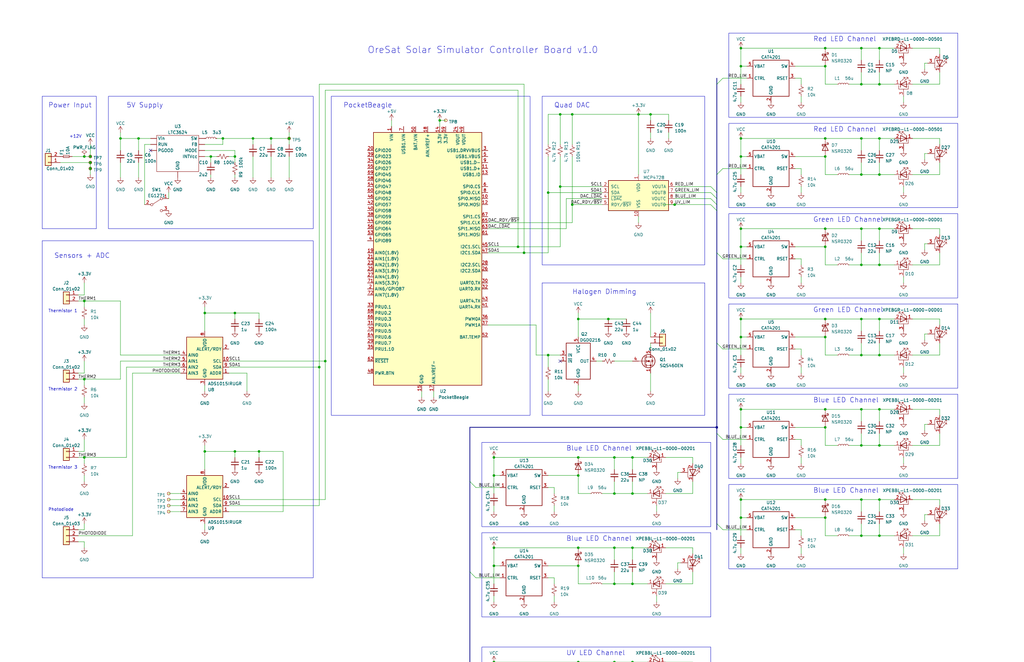
<source format=kicad_sch>
(kicad_sch (version 20230121) (generator eeschema)
  (paper "USLedger")
  (junction (at 347.98 66.04))
  (junction (at 243.84 231.14))
  (junction (at 363.22 172.72))
  (junction (at 241.3 86.36))
  (junction (at 347.98 142.24))
  (junction (at 208.28 193.04))
  (junction (at 109.22 190.5))
  (junction (at 208.28 200.66))
  (junction (at 220.98 106.68))
  (junction (at 266.7 246.38))
  (junction (at 259.08 231.14))
  (junction (at 347.98 134.62))
  (junction (at 243.84 393.7))
  (junction (at 88.9 66.04))
  (junction (at 35.56 127))
  (junction (at 243.84 193.04))
  (junction (at 266.7 370.84))
  (junction (at 363.22 111.76))
  (junction (at 370.84 226.06))
  (junction (at 266.7 193.04))
  (junction (at 312.42 142.24))
  (junction (at 370.84 111.76))
  (junction (at 370.84 58.42))
  (junction (at 347.98 20.32))
  (junction (at 208.28 401.32))
  (junction (at 259.08 279.4))
  (junction (at 38.1 66.04))
  (junction (at 243.84 287.02))
  (junction (at 312.42 66.04))
  (junction (at 243.84 200.66))
  (junction (at 363.22 96.52))
  (junction (at 134.62 154.94))
  (junction (at 208.28 355.6))
  (junction (at 243.84 279.4))
  (junction (at 347.98 104.14))
  (junction (at 347.98 210.82))
  (junction (at 231.14 149.86))
  (junction (at 208.28 317.5))
  (junction (at 259.08 408.94))
  (junction (at 363.22 210.82))
  (junction (at 35.56 193.04))
  (junction (at 208.28 279.4))
  (junction (at 208.28 287.02))
  (junction (at 312.42 134.62))
  (junction (at 137.16 152.4))
  (junction (at 236.22 48.26))
  (junction (at 259.08 355.6))
  (junction (at 121.92 58.42))
  (junction (at 363.22 134.62))
  (junction (at 312.42 58.42))
  (junction (at 370.84 96.52))
  (junction (at 35.56 160.02))
  (junction (at 243.84 317.5))
  (junction (at 347.98 218.44))
  (junction (at 99.06 132.08))
  (junction (at 312.42 180.34))
  (junction (at 38.1 71.12))
  (junction (at 106.68 58.42))
  (junction (at 266.7 332.74))
  (junction (at 266.7 408.94))
  (junction (at 347.98 27.94))
  (junction (at 266.7 294.64))
  (junction (at 370.84 210.82))
  (junction (at 363.22 73.66))
  (junction (at 347.98 58.42))
  (junction (at 259.08 246.38))
  (junction (at 370.84 20.32))
  (junction (at 259.08 317.5))
  (junction (at 370.84 149.86))
  (junction (at 370.84 187.96))
  (junction (at 208.28 363.22))
  (junction (at 363.22 35.56))
  (junction (at 284.48 86.36))
  (junction (at 370.84 73.66))
  (junction (at 266.7 393.7))
  (junction (at 243.84 238.76))
  (junction (at 185.42 50.8))
  (junction (at 312.42 27.94))
  (junction (at 241.3 48.26))
  (junction (at 208.28 238.76))
  (junction (at 274.32 48.26))
  (junction (at 312.42 210.82))
  (junction (at 35.56 66.04))
  (junction (at 347.98 172.72))
  (junction (at 243.84 401.32))
  (junction (at 266.7 317.5))
  (junction (at 93.98 58.42))
  (junction (at 266.7 279.4))
  (junction (at 259.08 370.84))
  (junction (at 256.54 134.62))
  (junction (at 243.84 363.22))
  (junction (at 38.1 68.58))
  (junction (at 347.98 96.52))
  (junction (at 208.28 393.7))
  (junction (at 208.28 325.12))
  (junction (at 236.22 78.74))
  (junction (at 363.22 187.96))
  (junction (at 363.22 226.06))
  (junction (at 312.42 218.44))
  (junction (at 266.7 231.14))
  (junction (at 86.36 132.08))
  (junction (at 302.26 180.34))
  (junction (at 259.08 332.74))
  (junction (at 370.84 35.56))
  (junction (at 312.42 96.52))
  (junction (at 370.84 172.72))
  (junction (at 269.24 48.26))
  (junction (at 243.84 134.62))
  (junction (at 259.08 208.28))
  (junction (at 231.14 81.28))
  (junction (at 86.36 190.5))
  (junction (at 370.84 134.62))
  (junction (at 312.42 172.72))
  (junction (at 114.3 58.42))
  (junction (at 218.44 104.14))
  (junction (at 363.22 20.32))
  (junction (at 266.7 208.28))
  (junction (at 312.42 20.32))
  (junction (at 259.08 193.04))
  (junction (at 58.42 58.42))
  (junction (at 99.06 190.5))
  (junction (at 99.06 66.04))
  (junction (at 363.22 58.42))
  (junction (at 266.7 355.6))
  (junction (at 208.28 231.14))
  (junction (at 363.22 149.86))
  (junction (at 259.08 393.7))
  (junction (at 259.08 294.64))
  (junction (at 312.42 104.14))
  (junction (at 243.84 355.6))
  (junction (at 50.8 58.42))
  (junction (at 243.84 325.12))
  (junction (at 347.98 180.34))
  (no_connect (at 63.5 63.5))
  (no_connect (at 236.22 152.4))
  (bus_entry (at 302.26 182.88) (size 2.54 2.54))
  (bus_entry (at 198.12 403.86) (size 2.54 2.54))
  (bus_entry (at 299.72 78.74) (size 2.54 2.54))
  (bus_entry (at 299.72 81.28) (size 2.54 2.54))
  (bus_entry (at 302.26 144.78) (size 2.54 2.54))
  (bus_entry (at 198.12 289.56) (size 2.54 2.54))
  (bus_entry (at 302.26 220.98) (size 2.54 2.54))
  (bus_entry (at 304.8 71.12) (size -2.54 2.54))
  (bus_entry (at 299.72 83.82) (size 2.54 2.54))
  (bus_entry (at 198.12 327.66) (size 2.54 2.54))
  (bus_entry (at 302.26 106.68) (size 2.54 2.54))
  (bus_entry (at 299.72 86.36) (size 2.54 2.54))
  (bus_entry (at 198.12 203.2) (size 2.54 2.54))
  (bus_entry (at 302.26 35.56) (size 2.54 -2.54))
  (bus_entry (at 198.12 365.76) (size 2.54 2.54))
  (bus_entry (at 198.12 241.3) (size 2.54 2.54))
  (wire (pts (xy 185.42 50.8) (xy 187.96 50.8)))
  (wire (pts (xy 358.14 111.76) (xy 363.22 111.76)))
  (wire (pts (xy 280.67 246.38) (xy 292.1 246.38)))
  (wire (pts (xy 358.14 35.56) (xy 363.22 35.56)))
  (wire (pts (xy 381 154.94) (xy 381 157.48)))
  (wire (pts (xy 370.84 134.62) (xy 377.19 134.62)))
  (wire (pts (xy 259.08 193.04) (xy 266.7 193.04)))
  (wire (pts (xy 363.22 187.96) (xy 370.84 187.96)))
  (wire (pts (xy 259.08 365.76) (xy 259.08 370.84)))
  (wire (pts (xy 314.96 66.04) (xy 312.42 66.04)))
  (wire (pts (xy 208.28 401.32) (xy 208.28 408.94)))
  (wire (pts (xy 254 208.28) (xy 259.08 208.28)))
  (wire (pts (xy 243.84 325.12) (xy 231.14 325.12)))
  (wire (pts (xy 363.22 149.86) (xy 370.84 149.86)))
  (wire (pts (xy 363.22 172.72) (xy 363.22 177.8)))
  (wire (pts (xy 208.28 325.12) (xy 208.28 332.74)))
  (wire (pts (xy 243.84 294.64) (xy 243.84 287.02)))
  (wire (pts (xy 347.98 96.52) (xy 363.22 96.52)))
  (wire (pts (xy 208.28 251.46) (xy 208.28 254)))
  (wire (pts (xy 314.96 27.94) (xy 312.42 27.94)))
  (wire (pts (xy 231.14 48.26) (xy 236.22 48.26)))
  (wire (pts (xy 254 332.74) (xy 259.08 332.74)))
  (wire (pts (xy 280.67 208.28) (xy 292.1 208.28)))
  (wire (pts (xy 231.14 149.86) (xy 236.22 149.86)))
  (wire (pts (xy 312.42 58.42) (xy 347.98 58.42)))
  (wire (pts (xy 284.48 78.74) (xy 299.72 78.74)))
  (wire (pts (xy 337.82 33.02) (xy 335.28 33.02)))
  (wire (pts (xy 233.68 205.74) (xy 231.14 205.74)))
  (wire (pts (xy 280.67 317.5) (xy 292.1 317.5)))
  (wire (pts (xy 35.56 193.04) (xy 33.02 193.04)))
  (wire (pts (xy 185.42 50.8) (xy 185.42 53.34)))
  (wire (pts (xy 93.98 60.96) (xy 93.98 58.42)))
  (wire (pts (xy 233.68 208.28) (xy 233.68 205.74)))
  (wire (pts (xy 241.3 86.36) (xy 241.3 93.98)))
  (wire (pts (xy 233.68 330.2) (xy 231.14 330.2)))
  (wire (pts (xy 358.14 149.86) (xy 363.22 149.86)))
  (wire (pts (xy 106.68 66.04) (xy 106.68 74.93)))
  (wire (pts (xy 210.82 238.76) (xy 208.28 238.76)))
  (wire (pts (xy 337.82 185.42) (xy 335.28 185.42)))
  (wire (pts (xy 285.75 323.85) (xy 287.02 323.85)))
  (wire (pts (xy 384.81 210.82) (xy 396.24 210.82)))
  (wire (pts (xy 121.92 55.88) (xy 121.92 58.42)))
  (wire (pts (xy 292.1 355.6) (xy 292.1 358.14)))
  (wire (pts (xy 389.89 179.07) (xy 391.16 179.07)))
  (wire (pts (xy 285.75 400.05) (xy 285.75 402.59)))
  (wire (pts (xy 233.68 332.74) (xy 233.68 330.2)))
  (wire (pts (xy 396.24 68.58) (xy 396.24 73.66)))
  (wire (pts (xy 384.81 96.52) (xy 396.24 96.52)))
  (bus (pts (xy 198.12 241.3) (xy 198.12 289.56)))
  (wire (pts (xy 347.98 58.42) (xy 363.22 58.42)))
  (wire (pts (xy 231.14 149.86) (xy 231.14 154.94)))
  (wire (pts (xy 259.08 317.5) (xy 266.7 317.5)))
  (wire (pts (xy 200.66 243.84) (xy 210.82 243.84)))
  (wire (pts (xy 266.7 193.04) (xy 273.05 193.04)))
  (wire (pts (xy 248.92 294.64) (xy 243.84 294.64)))
  (wire (pts (xy 384.81 149.86) (xy 396.24 149.86)))
  (wire (pts (xy 86.36 187.96) (xy 86.36 190.5)))
  (wire (pts (xy 285.75 199.39) (xy 287.02 199.39)))
  (wire (pts (xy 71.12 210.82) (xy 76.2 210.82)))
  (wire (pts (xy 50.8 58.42) (xy 50.8 63.5)))
  (wire (pts (xy 280.67 332.74) (xy 292.1 332.74)))
  (wire (pts (xy 274.32 132.08) (xy 274.32 142.24)))
  (wire (pts (xy 71.12 208.28) (xy 76.2 208.28)))
  (wire (pts (xy 312.42 134.62) (xy 347.98 134.62)))
  (wire (pts (xy 205.74 104.14) (xy 218.44 104.14)))
  (wire (pts (xy 220.98 106.68) (xy 231.14 106.68)))
  (wire (pts (xy 233.68 292.1) (xy 231.14 292.1)))
  (wire (pts (xy 363.22 106.68) (xy 363.22 111.76)))
  (wire (pts (xy 96.52 215.9) (xy 119.38 215.9)))
  (wire (pts (xy 231.14 81.28) (xy 231.14 106.68)))
  (wire (pts (xy 370.84 111.76) (xy 377.19 111.76)))
  (wire (pts (xy 96.52 154.94) (xy 134.62 154.94)))
  (wire (pts (xy 248.92 246.38) (xy 243.84 246.38)))
  (wire (pts (xy 86.36 63.5) (xy 99.06 63.5)))
  (wire (pts (xy 266.7 208.28) (xy 273.05 208.28)))
  (wire (pts (xy 233.68 370.84) (xy 233.68 368.3)))
  (wire (pts (xy 236.22 66.04) (xy 236.22 78.74)))
  (wire (pts (xy 347.98 226.06) (xy 347.98 218.44)))
  (wire (pts (xy 314.96 104.14) (xy 312.42 104.14)))
  (wire (pts (xy 208.28 200.66) (xy 208.28 208.28)))
  (wire (pts (xy 292.1 289.56) (xy 292.1 294.64)))
  (wire (pts (xy 208.28 325.12) (xy 208.28 317.5)))
  (wire (pts (xy 259.08 208.28) (xy 266.7 208.28)))
  (wire (pts (xy 358.14 226.06) (xy 363.22 226.06)))
  (wire (pts (xy 259.08 279.4) (xy 259.08 284.48)))
  (wire (pts (xy 337.82 147.32) (xy 335.28 147.32)))
  (bus (pts (xy 302.26 88.9) (xy 302.26 106.68)))
  (wire (pts (xy 88.9 68.58) (xy 88.9 66.04)))
  (wire (pts (xy 121.92 58.42) (xy 114.3 58.42)))
  (wire (pts (xy 363.22 210.82) (xy 370.84 210.82)))
  (wire (pts (xy 347.98 187.96) (xy 347.98 180.34)))
  (bus (pts (xy 302.26 73.66) (xy 302.26 81.28)))
  (wire (pts (xy 259.08 403.86) (xy 259.08 408.94)))
  (wire (pts (xy 292.1 403.86) (xy 292.1 408.94)))
  (wire (pts (xy 58.42 68.58) (xy 58.42 74.93)))
  (wire (pts (xy 259.08 327.66) (xy 259.08 332.74)))
  (wire (pts (xy 363.22 172.72) (xy 370.84 172.72)))
  (wire (pts (xy 38.1 71.12) (xy 38.1 73.66)))
  (wire (pts (xy 35.56 157.48) (xy 35.56 152.4)))
  (wire (pts (xy 266.7 231.14) (xy 266.7 236.22)))
  (wire (pts (xy 285.75 237.49) (xy 287.02 237.49)))
  (wire (pts (xy 337.82 109.22) (xy 335.28 109.22)))
  (wire (pts (xy 259.08 203.2) (xy 259.08 208.28)))
  (wire (pts (xy 210.82 287.02) (xy 208.28 287.02)))
  (wire (pts (xy 363.22 35.56) (xy 370.84 35.56)))
  (wire (pts (xy 312.42 20.32) (xy 347.98 20.32)))
  (wire (pts (xy 314.96 180.34) (xy 312.42 180.34)))
  (wire (pts (xy 259.08 355.6) (xy 266.7 355.6)))
  (wire (pts (xy 233.68 414.02) (xy 233.68 416.56)))
  (wire (pts (xy 284.48 86.36) (xy 299.72 86.36)))
  (wire (pts (xy 285.75 285.75) (xy 287.02 285.75)))
  (wire (pts (xy 50.8 127) (xy 50.8 149.86)))
  (wire (pts (xy 312.42 78.74) (xy 312.42 81.28)))
  (wire (pts (xy 370.84 106.68) (xy 370.84 111.76)))
  (wire (pts (xy 353.06 111.76) (xy 347.98 111.76)))
  (wire (pts (xy 208.28 375.92) (xy 208.28 378.46)))
  (wire (pts (xy 281.94 50.8) (xy 281.94 48.26)))
  (wire (pts (xy 50.8 68.58) (xy 50.8 74.93)))
  (wire (pts (xy 231.14 81.28) (xy 254 81.28)))
  (wire (pts (xy 312.42 27.94) (xy 312.42 20.32)))
  (wire (pts (xy 266.7 203.2) (xy 266.7 208.28)))
  (wire (pts (xy 243.84 393.7) (xy 259.08 393.7)))
  (wire (pts (xy 71.12 81.28) (xy 71.12 83.82)))
  (wire (pts (xy 347.98 149.86) (xy 347.98 142.24)))
  (wire (pts (xy 109.22 193.04) (xy 109.22 190.5)))
  (wire (pts (xy 280.67 231.14) (xy 292.1 231.14)))
  (wire (pts (xy 233.68 337.82) (xy 233.68 340.36)))
  (wire (pts (xy 337.82 231.14) (xy 337.82 233.68)))
  (wire (pts (xy 208.28 200.66) (xy 208.28 193.04)))
  (wire (pts (xy 55.88 157.48) (xy 76.2 157.48)))
  (wire (pts (xy 280.67 294.64) (xy 292.1 294.64)))
  (wire (pts (xy 274.32 50.8) (xy 274.32 48.26)))
  (wire (pts (xy 353.06 187.96) (xy 347.98 187.96)))
  (wire (pts (xy 208.28 287.02) (xy 208.28 279.4)))
  (wire (pts (xy 33.02 157.48) (xy 35.56 157.48)))
  (wire (pts (xy 137.16 152.4) (xy 137.16 210.82)))
  (wire (pts (xy 218.44 104.14) (xy 218.44 38.1)))
  (wire (pts (xy 137.16 210.82) (xy 96.52 210.82)))
  (wire (pts (xy 134.62 35.56) (xy 134.62 154.94)))
  (wire (pts (xy 363.22 226.06) (xy 370.84 226.06)))
  (wire (pts (xy 280.67 193.04) (xy 292.1 193.04)))
  (wire (pts (xy 243.84 238.76) (xy 231.14 238.76)))
  (wire (pts (xy 389.89 102.87) (xy 389.89 105.41)))
  (wire (pts (xy 276.86 414.02) (xy 276.86 416.56)))
  (wire (pts (xy 259.08 231.14) (xy 259.08 236.22)))
  (wire (pts (xy 233.68 368.3) (xy 231.14 368.3)))
  (wire (pts (xy 99.06 63.5) (xy 99.06 66.04)))
  (wire (pts (xy 96.52 66.04) (xy 99.06 66.04)))
  (wire (pts (xy 363.22 20.32) (xy 363.22 25.4)))
  (wire (pts (xy 241.3 48.26) (xy 241.3 60.96)))
  (wire (pts (xy 370.84 20.32) (xy 377.19 20.32)))
  (wire (pts (xy 35.56 228.6) (xy 33.02 228.6)))
  (wire (pts (xy 226.06 149.86) (xy 226.06 137.16)))
  (wire (pts (xy 312.42 210.82) (xy 347.98 210.82)))
  (wire (pts (xy 233.68 294.64) (xy 233.68 292.1)))
  (wire (pts (xy 248.92 370.84) (xy 243.84 370.84)))
  (wire (pts (xy 337.82 116.84) (xy 337.82 119.38)))
  (wire (pts (xy 389.89 179.07) (xy 389.89 181.61)))
  (wire (pts (xy 99.06 66.04) (xy 99.06 68.58)))
  (wire (pts (xy 266.7 327.66) (xy 266.7 332.74)))
  (wire (pts (xy 358.14 73.66) (xy 363.22 73.66)))
  (wire (pts (xy 363.22 111.76) (xy 370.84 111.76)))
  (wire (pts (xy 243.84 279.4) (xy 259.08 279.4)))
  (wire (pts (xy 38.1 68.58) (xy 38.1 71.12)))
  (wire (pts (xy 285.75 237.49) (xy 285.75 240.03)))
  (wire (pts (xy 280.67 279.4) (xy 292.1 279.4)))
  (wire (pts (xy 304.8 185.42) (xy 314.96 185.42)))
  (wire (pts (xy 312.42 231.14) (xy 312.42 233.68)))
  (wire (pts (xy 86.36 190.5) (xy 99.06 190.5)))
  (wire (pts (xy 208.28 337.82) (xy 208.28 340.36)))
  (wire (pts (xy 200.66 292.1) (xy 210.82 292.1)))
  (wire (pts (xy 35.56 127) (xy 50.8 127)))
  (wire (pts (xy 266.7 403.86) (xy 266.7 408.94)))
  (wire (pts (xy 208.28 401.32) (xy 208.28 393.7)))
  (wire (pts (xy 304.8 147.32) (xy 314.96 147.32)))
  (wire (pts (xy 238.76 96.52) (xy 205.74 96.52)))
  (wire (pts (xy 114.3 60.96) (xy 114.3 58.42)))
  (wire (pts (xy 35.56 231.14) (xy 35.56 228.6)))
  (wire (pts (xy 35.56 195.58) (xy 35.56 193.04)))
  (wire (pts (xy 312.42 218.44) (xy 312.42 210.82)))
  (wire (pts (xy 363.22 30.48) (xy 363.22 35.56)))
  (wire (pts (xy 363.22 20.32) (xy 370.84 20.32)))
  (wire (pts (xy 86.36 162.56) (xy 86.36 165.1)))
  (wire (pts (xy 384.81 134.62) (xy 396.24 134.62)))
  (wire (pts (xy 363.22 58.42) (xy 370.84 58.42)))
  (wire (pts (xy 256.54 134.62) (xy 264.16 134.62)))
  (wire (pts (xy 210.82 325.12) (xy 208.28 325.12)))
  (wire (pts (xy 243.84 200.66) (xy 231.14 200.66)))
  (wire (pts (xy 314.96 142.24) (xy 312.42 142.24)))
  (wire (pts (xy 60.96 60.96) (xy 60.96 86.36)))
  (wire (pts (xy 210.82 200.66) (xy 208.28 200.66)))
  (wire (pts (xy 208.28 299.72) (xy 208.28 302.26)))
  (wire (pts (xy 236.22 48.26) (xy 236.22 60.96)))
  (wire (pts (xy 248.92 208.28) (xy 243.84 208.28)))
  (wire (pts (xy 177.8 165.1) (xy 177.8 167.64)))
  (wire (pts (xy 259.08 370.84) (xy 266.7 370.84)))
  (wire (pts (xy 233.68 408.94) (xy 233.68 406.4)))
  (wire (pts (xy 86.36 132.08) (xy 99.06 132.08)))
  (wire (pts (xy 254 152.4) (xy 251.46 152.4)))
  (wire (pts (xy 337.82 35.56) (xy 337.82 33.02)))
  (wire (pts (xy 208.28 363.22) (xy 208.28 370.84)))
  (wire (pts (xy 266.7 294.64) (xy 273.05 294.64)))
  (wire (pts (xy 259.08 294.64) (xy 266.7 294.64)))
  (wire (pts (xy 50.8 55.88) (xy 50.8 58.42)))
  (wire (pts (xy 370.84 149.86) (xy 377.19 149.86)))
  (wire (pts (xy 231.14 60.96) (xy 231.14 48.26)))
  (wire (pts (xy 233.68 375.92) (xy 233.68 378.46)))
  (wire (pts (xy 208.28 287.02) (xy 208.28 294.64)))
  (wire (pts (xy 292.1 327.66) (xy 292.1 332.74)))
  (wire (pts (xy 370.84 226.06) (xy 377.19 226.06)))
  (wire (pts (xy 337.82 73.66) (xy 337.82 71.12)))
  (wire (pts (xy 347.98 27.94) (xy 335.28 27.94)))
  (wire (pts (xy 254 370.84) (xy 259.08 370.84)))
  (wire (pts (xy 276.86 251.46) (xy 276.86 254)))
  (wire (pts (xy 266.7 370.84) (xy 273.05 370.84)))
  (wire (pts (xy 200.66 330.2) (xy 210.82 330.2)))
  (wire (pts (xy 396.24 144.78) (xy 396.24 149.86)))
  (wire (pts (xy 208.28 414.02) (xy 208.28 416.56)))
  (wire (pts (xy 200.66 406.4) (xy 210.82 406.4)))
  (wire (pts (xy 35.56 162.56) (xy 35.56 160.02)))
  (wire (pts (xy 363.22 134.62) (xy 363.22 139.7)))
  (wire (pts (xy 370.84 58.42) (xy 370.84 63.5)))
  (wire (pts (xy 389.89 64.77) (xy 389.89 67.31)))
  (wire (pts (xy 259.08 408.94) (xy 266.7 408.94)))
  (wire (pts (xy 381 40.64) (xy 381 43.18)))
  (bus (pts (xy 198.12 203.2) (xy 198.12 241.3)))
  (wire (pts (xy 274.32 55.88) (xy 274.32 58.42)))
  (wire (pts (xy 236.22 78.74) (xy 236.22 104.14)))
  (wire (pts (xy 86.36 132.08) (xy 86.36 139.7)))
  (wire (pts (xy 266.7 332.74) (xy 273.05 332.74)))
  (wire (pts (xy 134.62 154.94) (xy 134.62 213.36)))
  (wire (pts (xy 88.9 66.04) (xy 91.44 66.04)))
  (wire (pts (xy 208.28 231.14) (xy 243.84 231.14)))
  (wire (pts (xy 241.3 48.26) (xy 269.24 48.26)))
  (wire (pts (xy 384.81 58.42) (xy 396.24 58.42)))
  (wire (pts (xy 284.48 81.28) (xy 299.72 81.28)))
  (wire (pts (xy 337.82 71.12) (xy 335.28 71.12)))
  (wire (pts (xy 96.52 213.36) (xy 134.62 213.36)))
  (wire (pts (xy 370.84 58.42) (xy 377.19 58.42)))
  (wire (pts (xy 104.14 157.48) (xy 104.14 165.1)))
  (wire (pts (xy 208.28 238.76) (xy 208.28 231.14)))
  (wire (pts (xy 370.84 35.56) (xy 377.19 35.56)))
  (wire (pts (xy 238.76 83.82) (xy 254 83.82)))
  (wire (pts (xy 337.82 111.76) (xy 337.82 109.22)))
  (wire (pts (xy 396.24 182.88) (xy 396.24 187.96)))
  (wire (pts (xy 220.98 35.56) (xy 134.62 35.56)))
  (wire (pts (xy 96.52 152.4) (xy 137.16 152.4)))
  (bus (pts (xy 198.12 180.34) (xy 198.12 203.2)))
  (wire (pts (xy 370.84 220.98) (xy 370.84 226.06)))
  (wire (pts (xy 312.42 142.24) (xy 312.42 134.62)))
  (wire (pts (xy 243.84 401.32) (xy 231.14 401.32)))
  (wire (pts (xy 304.8 109.22) (xy 314.96 109.22)))
  (wire (pts (xy 312.42 104.14) (xy 312.42 111.76)))
  (wire (pts (xy 220.98 106.68) (xy 220.98 35.56)))
  (wire (pts (xy 35.56 66.04) (xy 38.1 66.04)))
  (wire (pts (xy 347.98 66.04) (xy 335.28 66.04)))
  (wire (pts (xy 58.42 58.42) (xy 63.5 58.42)))
  (wire (pts (xy 266.7 279.4) (xy 266.7 284.48)))
  (wire (pts (xy 269.24 48.26) (xy 269.24 73.66)))
  (wire (pts (xy 208.28 363.22) (xy 208.28 355.6)))
  (wire (pts (xy 33.02 127) (xy 35.56 127)))
  (bus (pts (xy 302.26 83.82) (xy 302.26 86.36)))
  (wire (pts (xy 71.12 213.36) (xy 76.2 213.36)))
  (wire (pts (xy 337.82 154.94) (xy 337.82 157.48)))
  (wire (pts (xy 370.84 96.52) (xy 377.19 96.52)))
  (wire (pts (xy 312.42 27.94) (xy 312.42 35.56)))
  (wire (pts (xy 208.28 393.7) (xy 243.84 393.7)))
  (bus (pts (xy 198.12 365.76) (xy 198.12 403.86)))
  (wire (pts (xy 312.42 96.52) (xy 347.98 96.52)))
  (wire (pts (xy 292.1 365.76) (xy 292.1 370.84)))
  (wire (pts (xy 384.81 73.66) (xy 396.24 73.66)))
  (wire (pts (xy 86.36 220.98) (xy 86.36 223.52)))
  (wire (pts (xy 284.48 86.36) (xy 279.4 86.36)))
  (wire (pts (xy 370.84 134.62) (xy 370.84 139.7)))
  (wire (pts (xy 259.08 289.56) (xy 259.08 294.64)))
  (wire (pts (xy 363.22 73.66) (xy 370.84 73.66)))
  (wire (pts (xy 114.3 58.42) (xy 106.68 58.42)))
  (wire (pts (xy 109.22 134.62) (xy 109.22 132.08)))
  (wire (pts (xy 347.98 134.62) (xy 363.22 134.62)))
  (wire (pts (xy 370.84 68.58) (xy 370.84 73.66)))
  (wire (pts (xy 200.66 368.3) (xy 210.82 368.3)))
  (wire (pts (xy 347.98 142.24) (xy 335.28 142.24)))
  (wire (pts (xy 99.06 190.5) (xy 109.22 190.5)))
  (wire (pts (xy 93.98 58.42) (xy 106.68 58.42)))
  (wire (pts (xy 396.24 172.72) (xy 396.24 175.26)))
  (wire (pts (xy 243.84 208.28) (xy 243.84 200.66)))
  (wire (pts (xy 284.48 83.82) (xy 299.72 83.82)))
  (wire (pts (xy 259.08 317.5) (xy 259.08 322.58)))
  (wire (pts (xy 347.98 218.44) (xy 335.28 218.44)))
  (wire (pts (xy 266.7 355.6) (xy 273.05 355.6)))
  (wire (pts (xy 337.82 78.74) (xy 337.82 81.28)))
  (wire (pts (xy 266.7 279.4) (xy 273.05 279.4)))
  (wire (pts (xy 35.56 127) (xy 35.56 129.54)))
  (wire (pts (xy 389.89 140.97) (xy 391.16 140.97)))
  (wire (pts (xy 396.24 210.82) (xy 396.24 213.36)))
  (wire (pts (xy 389.89 26.67) (xy 391.16 26.67)))
  (wire (pts (xy 254 246.38) (xy 259.08 246.38)))
  (wire (pts (xy 35.56 134.62) (xy 35.56 137.16)))
  (wire (pts (xy 381 116.84) (xy 381 119.38)))
  (wire (pts (xy 347.98 210.82) (xy 363.22 210.82)))
  (wire (pts (xy 55.88 226.06) (xy 55.88 157.48)))
  (wire (pts (xy 88.9 66.04) (xy 86.36 66.04)))
  (wire (pts (xy 58.42 58.42) (xy 58.42 63.5)))
  (wire (pts (xy 200.66 205.74) (xy 210.82 205.74)))
  (wire (pts (xy 231.14 66.04) (xy 231.14 81.28)))
  (wire (pts (xy 389.89 217.17) (xy 391.16 217.17)))
  (wire (pts (xy 396.24 20.32) (xy 396.24 22.86)))
  (wire (pts (xy 312.42 180.34) (xy 312.42 172.72)))
  (wire (pts (xy 266.7 393.7) (xy 273.05 393.7)))
  (wire (pts (xy 236.22 78.74) (xy 254 78.74)))
  (wire (pts (xy 353.06 73.66) (xy 347.98 73.66)))
  (wire (pts (xy 337.82 149.86) (xy 337.82 147.32)))
  (wire (pts (xy 106.68 58.42) (xy 106.68 60.96)))
  (wire (pts (xy 259.08 241.3) (xy 259.08 246.38)))
  (wire (pts (xy 312.42 66.04) (xy 312.42 58.42)))
  (wire (pts (xy 381 231.14) (xy 381 233.68)))
  (wire (pts (xy 280.67 355.6) (xy 292.1 355.6)))
  (wire (pts (xy 292.1 203.2) (xy 292.1 208.28)))
  (wire (pts (xy 35.56 124.46) (xy 33.02 124.46)))
  (wire (pts (xy 347.98 35.56) (xy 347.98 27.94)))
  (wire (pts (xy 114.3 66.04) (xy 114.3 74.93)))
  (wire (pts (xy 347.98 104.14) (xy 335.28 104.14)))
  (wire (pts (xy 88.9 73.66) (xy 88.9 74.93)))
  (wire (pts (xy 119.38 190.5) (xy 109.22 190.5)))
  (wire (pts (xy 281.94 55.88) (xy 281.94 58.42)))
  (wire (pts (xy 337.82 40.64) (xy 337.82 43.18)))
  (wire (pts (xy 314.96 218.44) (xy 312.42 218.44)))
  (wire (pts (xy 363.22 144.78) (xy 363.22 149.86)))
  (bus (pts (xy 198.12 327.66) (xy 198.12 365.76)))
  (wire (pts (xy 292.1 241.3) (xy 292.1 246.38)))
  (wire (pts (xy 243.84 363.22) (xy 231.14 363.22)))
  (wire (pts (xy 218.44 38.1) (xy 137.16 38.1)))
  (wire (pts (xy 274.32 144.78) (xy 274.32 147.32)))
  (wire (pts (xy 233.68 251.46) (xy 233.68 254)))
  (wire (pts (xy 243.84 162.56) (xy 243.84 165.1)))
  (wire (pts (xy 38.1 66.04) (xy 38.1 60.96)))
  (bus (pts (xy 302.26 35.56) (xy 302.26 73.66)))
  (bus (pts (xy 302.26 106.68) (xy 302.26 144.78)))
  (wire (pts (xy 337.82 226.06) (xy 337.82 223.52)))
  (wire (pts (xy 99.06 134.62) (xy 99.06 132.08)))
  (wire (pts (xy 285.75 361.95) (xy 285.75 364.49)))
  (wire (pts (xy 304.8 223.52) (xy 314.96 223.52)))
  (wire (pts (xy 63.5 60.96) (xy 60.96 60.96)))
  (wire (pts (xy 347.98 180.34) (xy 335.28 180.34)))
  (wire (pts (xy 266.7 152.4) (xy 259.08 152.4)))
  (wire (pts (xy 33.02 226.06) (xy 55.88 226.06)))
  (wire (pts (xy 241.3 66.04) (xy 241.3 86.36)))
  (wire (pts (xy 218.44 104.14) (xy 236.22 104.14)))
  (wire (pts (xy 35.56 223.52) (xy 35.56 220.98)))
  (wire (pts (xy 208.28 355.6) (xy 243.84 355.6)))
  (wire (pts (xy 370.84 210.82) (xy 377.19 210.82)))
  (wire (pts (xy 292.1 193.04) (xy 292.1 195.58)))
  (wire (pts (xy 285.75 285.75) (xy 285.75 288.29)))
  (wire (pts (xy 243.84 231.14) (xy 259.08 231.14)))
  (wire (pts (xy 353.06 149.86) (xy 347.98 149.86)))
  (wire (pts (xy 104.14 157.48) (xy 96.52 157.48)))
  (wire (pts (xy 50.8 149.86) (xy 76.2 149.86)))
  (wire (pts (xy 259.08 193.04) (xy 259.08 198.12)))
  (wire (pts (xy 50.8 58.42) (xy 58.42 58.42)))
  (wire (pts (xy 233.68 406.4) (xy 231.14 406.4)))
  (wire (pts (xy 292.1 279.4) (xy 292.1 281.94)))
  (wire (pts (xy 285.75 199.39) (xy 285.75 201.93)))
  (wire (pts (xy 292.1 317.5) (xy 292.1 320.04)))
  (wire (pts (xy 389.89 102.87) (xy 391.16 102.87)))
  (wire (pts (xy 280.67 393.7) (xy 292.1 393.7)))
  (wire (pts (xy 33.02 190.5) (xy 35.56 190.5)))
  (wire (pts (xy 292.1 393.7) (xy 292.1 396.24)))
  (wire (pts (xy 233.68 246.38) (xy 233.68 243.84)))
  (wire (pts (xy 370.84 96.52) (xy 370.84 101.6)))
  (bus (pts (xy 302.26 86.36) (xy 302.26 88.9)))
  (wire (pts (xy 363.22 134.62) (xy 370.84 134.62)))
  (bus (pts (xy 302.26 180.34) (xy 198.12 180.34)))
  (wire (pts (xy 347.98 20.32) (xy 363.22 20.32)))
  (wire (pts (xy 370.84 144.78) (xy 370.84 149.86)))
  (wire (pts (xy 99.06 193.04) (xy 99.06 190.5)))
  (wire (pts (xy 312.42 193.04) (xy 312.42 195.58)))
  (wire (pts (xy 259.08 332.74) (xy 266.7 332.74)))
  (bus (pts (xy 302.26 33.02) (xy 302.26 35.56)))
  (wire (pts (xy 384.81 172.72) (xy 396.24 172.72)))
  (wire (pts (xy 210.82 363.22) (xy 208.28 363.22)))
  (wire (pts (xy 254 294.64) (xy 259.08 294.64)))
  (wire (pts (xy 276.86 375.92) (xy 276.86 378.46)))
  (wire (pts (xy 347.98 73.66) (xy 347.98 66.04)))
  (wire (pts (xy 119.38 215.9) (xy 119.38 190.5)))
  (bus (pts (xy 302.26 180.34) (xy 302.26 182.88)))
  (wire (pts (xy 337.82 193.04) (xy 337.82 195.58)))
  (wire (pts (xy 384.81 35.56) (xy 396.24 35.56)))
  (wire (pts (xy 99.06 73.66) (xy 99.06 74.93)))
  (wire (pts (xy 226.06 137.16) (xy 205.74 137.16)))
  (wire (pts (xy 236.22 48.26) (xy 241.3 48.26)))
  (bus (pts (xy 302.26 81.28) (xy 302.26 83.82)))
  (wire (pts (xy 208.28 238.76) (xy 208.28 246.38)))
  (wire (pts (xy 276.86 213.36) (xy 276.86 215.9)))
  (wire (pts (xy 243.84 355.6) (xy 259.08 355.6)))
  (wire (pts (xy 243.84 317.5) (xy 259.08 317.5)))
  (wire (pts (xy 210.82 401.32) (xy 208.28 401.32)))
  (wire (pts (xy 137.16 38.1) (xy 137.16 152.4)))
  (wire (pts (xy 208.28 213.36) (xy 208.28 215.9)))
  (wire (pts (xy 347.98 172.72) (xy 363.22 172.72)))
  (wire (pts (xy 396.24 106.68) (xy 396.24 111.76)))
  (wire (pts (xy 370.84 73.66) (xy 377.19 73.66)))
  (wire (pts (xy 363.22 96.52) (xy 370.84 96.52)))
  (wire (pts (xy 363.22 182.88) (xy 363.22 187.96)))
  (bus (pts (xy 198.12 289.56) (xy 198.12 327.66)))
  (wire (pts (xy 384.81 20.32) (xy 396.24 20.32)))
  (wire (pts (xy 281.94 48.26) (xy 274.32 48.26)))
  (wire (pts (xy 259.08 246.38) (xy 266.7 246.38)))
  (wire (pts (xy 121.92 66.04) (xy 121.92 74.93)))
  (wire (pts (xy 266.7 393.7) (xy 266.7 398.78)))
  (wire (pts (xy 266.7 355.6) (xy 266.7 360.68)))
  (wire (pts (xy 35.56 193.04) (xy 53.34 193.04)))
  (wire (pts (xy 233.68 243.84) (xy 231.14 243.84)))
  (wire (pts (xy 91.44 58.42) (xy 93.98 58.42)))
  (wire (pts (xy 370.84 210.82) (xy 370.84 215.9)))
  (bus (pts (xy 198.12 403.86) (xy 198.12 408.94)))
  (wire (pts (xy 312.42 66.04) (xy 312.42 73.66)))
  (wire (pts (xy 254 408.94) (xy 259.08 408.94)))
  (wire (pts (xy 389.89 64.77) (xy 391.16 64.77)))
  (wire (pts (xy 266.7 193.04) (xy 266.7 198.12)))
  (wire (pts (xy 285.75 323.85) (xy 285.75 326.39)))
  (wire (pts (xy 243.84 193.04) (xy 259.08 193.04)))
  (wire (pts (xy 384.81 226.06) (xy 396.24 226.06)))
  (wire (pts (xy 243.84 134.62) (xy 243.84 142.24)))
  (wire (pts (xy 233.68 213.36) (xy 233.68 215.9)))
  (wire (pts (xy 389.89 26.67) (xy 389.89 29.21)))
  (wire (pts (xy 363.22 210.82) (xy 363.22 215.9)))
  (wire (pts (xy 285.75 361.95) (xy 287.02 361.95)))
  (wire (pts (xy 243.84 134.62) (xy 256.54 134.62)))
  (wire (pts (xy 384.81 187.96) (xy 396.24 187.96)))
  (wire (pts (xy 363.22 58.42) (xy 363.22 63.5)))
  (wire (pts (xy 182.88 165.1) (xy 182.88 167.64)))
  (wire (pts (xy 241.3 93.98) (xy 205.74 93.98)))
  (wire (pts (xy 35.56 119.38) (xy 35.56 124.46)))
  (wire (pts (xy 266.7 289.56) (xy 266.7 294.64)))
  (wire (pts (xy 384.81 111.76) (xy 396.24 111.76)))
  (wire (pts (xy 396.24 96.52) (xy 396.24 99.06)))
  (wire (pts (xy 363.22 68.58) (xy 363.22 73.66)))
  (wire (pts (xy 259.08 393.7) (xy 266.7 393.7)))
  (wire (pts (xy 121.92 60.96) (xy 121.92 58.42)))
  (wire (pts (xy 248.92 332.74) (xy 243.84 332.74)))
  (wire (pts (xy 259.08 279.4) (xy 266.7 279.4)))
  (wire (pts (xy 205.74 106.68) (xy 220.98 106.68)))
  (wire (pts (xy 241.3 86.36) (xy 254 86.36)))
  (wire (pts (xy 208.28 193.04) (xy 243.84 193.04)))
  (wire (pts (xy 35.56 167.64) (xy 35.56 170.18)))
  (wire (pts (xy 312.42 40.64) (xy 312.42 43.18)))
  (wire (pts (xy 370.84 187.96) (xy 377.19 187.96)))
  (wire (pts (xy 259.08 355.6) (xy 259.08 360.68)))
  (wire (pts (xy 86.36 129.54) (xy 86.36 132.08)))
  (wire (pts (xy 363.22 96.52) (xy 363.22 101.6)))
  (wire (pts (xy 248.92 408.94) (xy 243.84 408.94)))
  (wire (pts (xy 30.48 66.04) (xy 35.56 66.04)))
  (wire (pts (xy 370.84 172.72) (xy 377.19 172.72)))
  (wire (pts (xy 337.82 223.52) (xy 335.28 223.52)))
  (wire (pts (xy 304.8 71.12) (xy 314.96 71.12)))
  (wire (pts (xy 396.24 134.62) (xy 396.24 137.16)))
  (wire (pts (xy 243.84 408.94) (xy 243.84 401.32)))
  (wire (pts (xy 165.1 50.8) (xy 165.1 53.34)))
  (wire (pts (xy 396.24 220.98) (xy 396.24 226.06)))
  (wire (pts (xy 266.7 317.5) (xy 266.7 322.58)))
  (wire (pts (xy 312.42 218.44) (xy 312.42 226.06)))
  (wire (pts (xy 280.67 370.84) (xy 292.1 370.84)))
  (wire (pts (xy 370.84 182.88) (xy 370.84 187.96)))
  (wire (pts (xy 269.24 48.26) (xy 274.32 48.26)))
  (wire (pts (xy 53.34 154.94) (xy 76.2 154.94)))
  (wire (pts (xy 312.42 154.94) (xy 312.42 157.48)))
  (wire (pts (xy 363.22 220.98) (xy 363.22 226.06)))
  (wire (pts (xy 266.7 317.5) (xy 273.05 317.5)))
  (wire (pts (xy 285.75 400.05) (xy 287.02 400.05)))
  (wire (pts (xy 25.4 68.58) (xy 38.1 68.58)))
  (wire (pts (xy 208.28 279.4) (xy 243.84 279.4)))
  (wire (pts (xy 71.12 215.9) (xy 76.2 215.9)))
  (wire (pts (xy 53.34 154.94) (xy 53.34 193.04)))
  (wire (pts (xy 353.06 226.06) (xy 347.98 226.06)))
  (wire (pts (xy 396.24 58.42) (xy 396.24 60.96)))
  (wire (pts (xy 35.56 160.02) (xy 33.02 160.02)))
  (wire (pts (xy 243.84 287.02) (xy 231.14 287.02)))
  (bus (pts (xy 302.26 182.88) (xy 302.26 220.98)))
  (wire (pts (xy 276.86 299.72) (xy 276.86 302.26)))
  (wire (pts (xy 304.8 33.02) (xy 314.96 33.02)))
  (wire (pts (xy 35.56 203.2) (xy 35.56 200.66)))
  (wire (pts (xy 50.8 152.4) (xy 76.2 152.4)))
  (wire (pts (xy 337.82 187.96) (xy 337.82 185.42)))
  (wire (pts (xy 396.24 30.48) (xy 396.24 35.56)))
  (wire (pts (xy 312.42 172.72) (xy 347.98 172.72)))
  (wire (pts (xy 312.42 116.84) (xy 312.42 119.38)))
  (wire (pts (xy 370.84 30.48) (xy 370.84 35.56)))
  (wire (pts (xy 50.8 160.02) (xy 50.8 152.4)))
  (wire (pts (xy 381 193.04) (xy 381 195.58)))
  (wire (pts (xy 274.32 157.48) (xy 274.32 165.1)))
  (wire (pts (xy 266.7 246.38) (xy 273.05 246.38)))
  (wire (pts (xy 33.02 223.52) (xy 35.56 223.52)))
  (wire (pts (xy 259.08 393.7) (xy 259.08 398.78)))
  (wire (pts (xy 231.14 160.02) (xy 231.14 165.1)))
  (wire (pts (xy 238.76 96.52) (xy 238.76 83.82)))
  (wire (pts (xy 86.36 198.12) (xy 86.36 190.5)))
  (wire (pts (xy 233.68 299.72) (xy 233.68 302.26)))
  (wire (pts (xy 370.84 172.72) (xy 370.84 177.8)))
  (wire (pts (xy 35.56 185.42) (xy 35.56 190.5)))
  (wire (pts (xy 370.84 20.32) (xy 370.84 25.4)))
  (wire (pts (xy 280.67 408.94) (xy 292.1 408.94)))
  (wire (pts (xy 86.36 60.96) (xy 93.98 60.96)))
  (wire (pts (xy 208.28 317.5) (xy 243.84 317.5)))
  (wire (pts (xy 312.42 142.24) (xy 312.42 149.86)))
  (wire (pts (xy 259.08 231.14) (xy 266.7 231.14)))
  (wire (pts (xy 381 78.74) (xy 381 81.28)))
  (wire (pts (xy 353.06 35.56) (xy 347.98 35.56)))
  (wire (pts (xy 269.24 91.44) (xy 269.24 93.98)))
  (wire (pts (xy 389.89 217.17) (xy 389.89 219.71)))
  (bus (pts (xy 302.26 144.78) (xy 302.26 180.34)))
  (wire (pts (xy 243.84 332.74) (xy 243.84 325.12)))
  (wire (pts (xy 347.98 111.76) (xy 347.98 104.14)))
  (wire (pts (xy 99.06 132.08) (xy 109.22 132.08)))
  (wire (pts (xy 226.06 149.86) (xy 231.14 149.86)))
  (wire (pts (xy 292.1 231.14) (xy 292.1 233.68)))
  (wire (pts (xy 358.14 187.96) (xy 363.22 187.96)))
  (wire (pts (xy 266.7 365.76) (xy 266.7 370.84)))
  (wire (pts (xy 312.42 104.14) (xy 312.42 96.52)))
  (wire (pts (xy 243.84 370.84) (xy 243.84 363.22)))
  (wire (pts (xy 266.7 408.94) (xy 273.05 408.94)))
  (wire (pts (xy 243.84 132.08) (xy 243.84 134.62)))
  (wire (pts (xy 266.7 231.14) (xy 273.05 231.14)))
  (wire (pts (xy 312.42 180.34) (xy 312.42 187.96)))
  (wire (pts (xy 389.89 140.97) (xy 389.89 143.51)))
  (wire (pts (xy 276.86 337.82) (xy 276.86 340.36)))
  (wire (pts (xy 266.7 241.3) (xy 266.7 246.38)))
  (bus (pts (xy 302.26 220.98) (xy 302.26 223.52)))
  (wire (pts (xy 35.56 160.02) (xy 50.8 160.02)))
  (wire (pts (xy 243.84 246.38) (xy 243.84 238.76)))
  (rectangle (start 139.7 40.64) (end 223.52 175.26))
  (rectangle (start 307.34 128.27) (end 403.86 163.83))
  (rectangle (start 45.72 40.64) (end 132.08 96.52))
  (rectangle (start 17.78 40.64) (end 40.64 96.52))
  (rectangle (start 307.34 52.07) (end 403.86 87.63))
  (rectangle (start 203.2 273.05) (end 299.72 308.61))
  (rectangle (start 203.2 387.35) (end 299.72 422.91))
  (rectangle (start 17.78 101.6) (end 132.08 243.84))
  (rectangle (start 203.2 311.15) (end 299.72 346.71))
  (rectangle (start 228.6 40.64) (end 297.18 111.76))
  (rectangle (start 307.34 13.97) (end 403.86 49.53))
  (rectangle (start 203.2 224.79) (end 299.72 260.35))
  (rectangle (start 228.6 119.38) (end 297.18 175.26))
  (rectangle (start 307.34 204.47) (end 403.86 240.03))
  (rectangle (start 307.34 90.17) (end 403.86 125.73))
  (rectangle (start 203.2 186.69) (end 299.72 222.25))
  (rectangle (start 203.2 349.25) (end 299.72 384.81))
  (rectangle (start 307.34 166.37) (end 403.86 201.93))
  (text "Photodiode" (at 20.32 215.9 0) (effects (font (size 1.27 1.27)) (justify left bottom)))
  (text "UV LED Channel" (at 238.76 391.16 0) (effects (font (size 2.032 2.032)) (justify left bottom)))
  (text "Thermistor 1" (at 20.32 132.08 0) (effects (font (size 1.27 1.27)) (justify left bottom)))
  (text "+12V" (at 29.21 58.42 0) (effects (font (size 1.27 1.27)) (justify left bottom)))
  (text "Halogen Dimming" (at 241.3 124.46 0) (effects (font (size 2.032 2.032)) (justify left bottom)))
  (text "UV LED Channel" (at 238.76 314.96 0) (effects (font (size 2.032 2.032)) (justify left bottom)))
  (text "Thermistor 3" (at 20.32 198.12 0) (effects (font (size 1.27 1.27)) (justify left bottom)))
  (text "Blue LED Channel" (at 238.76 190.5 0) (effects (font (size 2.032 2.032)) (justify left bottom)))
  (text "Power Input" (at 20.32 45.72 0) (effects (font (size 2.032 2.032)) (justify left bottom)))
  (text "UV LED Channel" (at 238.76 276.86 0) (effects (font (size 2.032 2.032)) (justify left bottom)))
  (text "UV LED Channel" (at 238.76 353.06 0) (effects (font (size 2.032 2.032)) (justify left bottom)))
  (text "PocketBeagle" (at 144.78 45.72 0) (effects (font (size 2.032 2.032)) (justify left bottom)))
  (text "Green LED Channel" (at 342.9 132.08 0) (effects (font (size 2.032 2.032)) (justify left bottom)))
  (text "OreSat Solar Simulator Controller Board v1.0" (at 154.94 22.86 0) (effects (font (size 2.794 2.794)) (justify left bottom)))
  (text "Quad DAC" (at 233.68 45.72 0) (effects (font (size 2.032 2.032)) (justify left bottom)))
  (text "Red LED Channel" (at 342.9 55.88 0) (effects (font (size 2.032 2.032)) (justify left bottom)))
  (text "5V Supply" (at 53.34 45.72 0) (effects (font (size 2.032 2.032)) (justify left bottom)))
  (text "Blue LED Channel" (at 342.9 170.18 0) (effects (font (size 2.032 2.032)) (justify left bottom)))
  (text "Blue LED Channel" (at 238.76 228.6 0) (effects (font (size 2.032 2.032)) (justify left bottom)))
  (text "Sensors + ADC" (at 22.86 109.22 0) (effects (font (size 2.032 2.032)) (justify left bottom)))
  (text "Green LED Channel" (at 342.9 93.98 0) (effects (font (size 2.032 2.032)) (justify left bottom)))
  (text "Red LED Channel" (at 342.9 17.78 0) (effects (font (size 2.032 2.032)) (justify left bottom)))
  (text "Thermistor 2" (at 20.32 165.1 0) (effects (font (size 1.27 1.27)) (justify left bottom)))
  (text "Blue LED Channel" (at 342.9 208.28 0) (effects (font (size 2.032 2.032)) (justify left bottom)))
  (label "THERM1" (at 76.2 149.86 180))
  (label "SDA1" (at 205.74 106.68 0))
  (label "DAC_~{LDAC}" (at 254 83.82 180))
  (label "PHOTODIODE" (at 33.02 226.06 0))
  (label "GREEN_LIM" (at 314.96 147.32 180))
  (label "BLUE_LIM" (at 284.48 83.82 0))
  (label "THERM1" (at 33.02 127 0))
  (label "THERM2" (at 76.2 152.4 180))
  (label "UV_LIM" (at 284.48 86.36 0))
  (label "RED_LIM" (at 284.48 78.74 0))
  (label "UV_LIM" (at 210.82 330.2 180))
  (label "DAC_RDY{slash}~{BSY}" (at 254 86.36 180))
  (label "DAC_RDY{slash}~{BSY}" (at 205.74 93.98 0))
  (label "SCL1" (at 254 78.74 180))
  (label "THERM3" (at 76.2 154.94 180))
  (label "RED_LIM" (at 314.96 71.12 180))
  (label "SDA1" (at 96.52 213.36 0))
  (label "UV_LIM" (at 210.82 406.4 180))
  (label "UV_LIM" (at 210.82 292.1 180))
  (label "SCL1" (at 96.52 152.4 0))
  (label "DAC_~{LDAC}" (at 205.74 96.52 0))
  (label "SCL1" (at 205.74 104.14 0))
  (label "THERM3" (at 33.02 193.04 0))
  (label "PHOTODIODE" (at 76.2 157.48 180))
  (label "BLUE_LIM" (at 314.96 185.42 180))
  (label "SDA1" (at 254 81.28 180))
  (label "BLUE_LIM" (at 210.82 205.74 180))
  (label "SCL1" (at 96.52 210.82 0))
  (label "UV_LIM" (at 210.82 368.3 180))
  (label "SDA1" (at 96.52 154.94 0))
  (label "BLUE_LIM" (at 210.82 243.84 180))
  (label "BLUE_LIM" (at 314.96 223.52 180))
  (label "RED_LIM" (at 314.96 33.02 180))
  (label "GREEN_LIM" (at 314.96 109.22 180))
  (label "THERM2" (at 33.02 160.02 0))
  (label "GREEN_LIM" (at 284.48 81.28 0))
  (symbol (lib_id "Device:LED_Pad") (at 396.24 64.77 270) (mirror x) (unit 1)
    (property "Reference" "D27" (at 398.78 62.23 90))
    (property "Value" "XPEBRD-L1-0000-00501" (effects hide))
    (property "Footprint" "oresat-diodes:Cree-LED" (effects hide))
  )
  (symbol (lib_id "power:GND") (at 38.1 73.66 0) (unit 1)
    (property "Reference" "#PWR02" (effects hide))
    (property "Value" "GND" (at 38.1 78.74 0))
  )
  (symbol (lib_id "Device:L_Small") (at 355.6 35.56 90) (unit 1)
    (property "Reference" "L1" (at 353.06 33.02 90))
    (property "Value" "56u" (at 358.14 33.02 90))
    (property "Footprint" "Inductor_SMD:L_Wuerth_HCI-5040" (effects hide))
  )
  (symbol (lib_id "Connector_Generic:Conn_01x03") (at 27.94 226.06 0) (mirror y) (unit 1)
    (property "Reference" "J5" (at 27.94 218.44 0))
    (property "Value" "Conn_01x03" (at 27.94 220.98 0))
    (property "Footprint" "Connector_PinHeader_2.54mm:PinHeader_1x03_P2.54mm_Vertical" (effects hide))
  )
  (symbol (lib_id "power:GND") (at 325.12 81.28 0) (unit 1)
    (property "Reference" "#PWR071" (effects hide))
    (property "Value" "GND" (at 325.12 86.36 0))
  )
  (symbol (lib_id "power:GND") (at 325.12 233.68 0) (unit 1)
    (property "Reference" "#PWR079" (effects hide))
    (property "Value" "GND" (at 325.12 238.76 0))
  )
  (symbol (lib_id "power:GND") (at 220.98 416.56 0) (unit 1)
    (property "Reference" "#PWR0120" (effects hide))
    (property "Value" "GND" (at 220.98 421.64 0))
  )
  (symbol (lib_id "Device:C_Small") (at 259.08 363.22 0) (unit 1)
    (property "Reference" "C47" (at 261.62 362.5913 0) (effects (justify left)))
    (property "Value" "22u" (at 261.62 365.1313 0) (effects (justify left)))
    (property "Footprint" "Capacitor_SMD:C_1210_3225Metric" (effects hide))
  )
  (symbol (lib_id "power:GND") (at 256.54 139.7 0) (unit 1)
    (property "Reference" "#PWR0112" (effects hide))
    (property "Value" "GND" (at 256.54 144.78 0))
  )
  (symbol (lib_id "power:GND") (at 58.42 74.93 0) (unit 1)
    (property "Reference" "#PWR028" (effects hide))
    (property "Value" "GND" (at 58.42 80.01 0))
  )
  (symbol (lib_id "power:GND") (at 109.22 198.12 0) (unit 1)
    (property "Reference" "#PWR050" (effects hide))
    (property "Value" "GND" (at 109.22 203.2 0))
  )
  (symbol (lib_id "Device:D_Schottky") (at 347.98 214.63 270) (unit 1)
    (property "Reference" "D16" (at 350.52 213.6775 90) (effects (justify left)))
    (property "Value" "NSR0320" (at 350.52 216.2175 90) (effects (justify left)))
    (property "Footprint" "Diode_SMD:D_SOD-323" (effects hide))
  )
  (symbol (lib_id "oresat-misc:TestPoint-MinTH") (at 71.12 215.9 0) (mirror y) (unit 1)
    (property "Reference" "TP4" (at 69.85 216.535 0) (effects (justify left)))
    (property "Value" "TestPoint-MinTH" (effects hide))
    (property "Footprint" "oresat-misc:TestPoint-MinTH" (effects hide))
  )
  (symbol (lib_id "power:GND") (at 337.82 81.28 0) (unit 1)
    (property "Reference" "#PWR072" (effects hide))
    (property "Value" "GND" (at 337.82 86.36 0))
  )
  (symbol (lib_id "Device:L_Small") (at 355.6 187.96 90) (unit 1)
    (property "Reference" "L7" (at 353.06 185.42 90))
    (property "Value" "56u" (at 358.14 185.42 90))
    (property "Footprint" "Inductor_SMD:L_Wuerth_HCI-5040" (effects hide))
  )
  (symbol (lib_id "power:+3.3V") (at 35.56 119.38 0) (unit 1)
    (property "Reference" "#PWR016" (effects hide))
    (property "Value" "+3.3V" (at 35.56 115.57 0))
  )
  (symbol (lib_id "Device:LED_Pad") (at 276.86 355.6 0) (mirror y) (unit 1)
    (property "Reference" "D43" (at 273.05 356.87 0))
    (property "Value" "XPEBBL-L1-0000-00201" (at 280.67 351.79 0))
    (property "Footprint" "oresat-diodes:Cree-LED" (effects hide))
  )
  (symbol (lib_id "power:+3.3V") (at 86.36 187.96 0) (unit 1)
    (property "Reference" "#PWR068" (effects hide))
    (property "Value" "+3.3V" (at 86.36 184.15 0))
  )
  (symbol (lib_id "Transistor_FET:SiS454DN") (at 271.78 152.4 0) (unit 1)
    (property "Reference" "Q1" (at 278.13 151.765 0) (effects (justify left)))
    (property "Value" "SQS460EN" (at 278.13 154.305 0) (effects (justify left)))
    (property "Footprint" "Package_SO:Vishay_PowerPAK_1212-8_Single" (effects hide))
    (property "Datasheet" "https://www.vishay.com/docs/66707/sis454dn.pdf" (effects hide))
  )
  (symbol (lib_id "Device:R_Small_US") (at 241.3 63.5 0) (unit 1)
    (property "Reference" "R15" (at 243.84 63.5 90) (effects (justify left)))
    (property "Value" "100k" (at 243.84 68.58 90) (effects (justify left)))
    (property "Footprint" "Resistor_SMD:R_0603_1608Metric" (effects hide))
  )
  (symbol (lib_id "Connector_Generic:Conn_01x02") (at 20.32 68.58 180) (unit 1)
    (property "Reference" "J1" (at 20.32 63.5 0))
    (property "Value" "Conn_01x02" (at 25.4 71.12 0))
    (property "Footprint" "TerminalBlock_Phoenix:TerminalBlock_Phoenix_PT-1,5-2-5.0-H_1x02_P5.00mm_Horizontal" (effects hide))
  )
  (symbol (lib_id "power:GND") (at 208.28 254 0) (unit 1)
    (property "Reference" "#PWR091" (effects hide))
    (property "Value" "GND" (at 208.28 259.08 0))
  )
  (symbol (lib_id "power:GND") (at 106.68 74.93 0) (unit 1)
    (property "Reference" "#PWR029" (effects hide))
    (property "Value" "GND" (at 106.68 80.01 0))
  )
  (symbol (lib_id "power:GND") (at 220.98 254 0) (unit 1)
    (property "Reference" "#PWR093" (effects hide))
    (property "Value" "GND" (at 220.98 259.08 0))
  )
  (symbol (lib_id "power:GND") (at 276.86 254 0) (unit 1)
    (property "Reference" "#PWR099" (effects hide))
    (property "Value" "GND" (at 276.86 259.08 0))
  )
  (symbol (lib_id "Device:LED_Pad") (at 381 226.06 0) (unit 1)
    (property "Reference" "D31" (at 383.54 229.87 0))
    (property "Value" "XPEBBL-L1-0000-00201" (effects hide))
    (property "Footprint" "oresat-diodes:Cree-LED" (effects hide))
  )
  (symbol (lib_id "power:VCC") (at 71.12 81.28 0) (unit 1)
    (property "Reference" "#PWR0129" (effects hide))
    (property "Value" "VCC" (at 71.12 77.47 0))
  )
  (symbol (lib_id "power:GND") (at 381 63.5 0) (unit 1)
    (property "Reference" "#PWR073" (effects hide))
    (property "Value" "GND" (at 381 68.58 0))
  )
  (symbol (lib_id "power:VCC") (at 312.42 58.42 0) (mirror y) (unit 1)
    (property "Reference" "#PWR062" (effects hide))
    (property "Value" "VCC" (at 312.42 54.61 0))
  )
  (symbol (lib_id "Device:LED_Pad") (at 292.1 199.39 270) (mirror x) (unit 1)
    (property "Reference" "D40" (at 294.64 196.85 90))
    (property "Value" "XPEBBL-L1-0000-00201" (effects hide))
    (property "Footprint" "oresat-diodes:Cree-LED" (effects hide))
  )
  (symbol (lib_id "oresat-misc:TestPoint-MinTH") (at 71.12 208.28 0) (mirror y) (unit 1)
    (property "Reference" "TP1" (at 69.85 208.915 0) (effects (justify left)))
    (property "Value" "TestPoint-MinTH" (effects hide))
    (property "Footprint" "oresat-misc:TestPoint-MinTH" (effects hide))
  )
  (symbol (lib_id "Device:C_Small") (at 259.08 325.12 0) (unit 1)
    (property "Reference" "C40" (at 261.62 324.4913 0) (effects (justify left)))
    (property "Value" "22u" (at 261.62 327.0313 0) (effects (justify left)))
    (property "Footprint" "Capacitor_SMD:C_1210_3225Metric" (effects hide))
  )
  (symbol (lib_id "Device:D_Schottky") (at 347.98 138.43 270) (unit 1)
    (property "Reference" "D3" (at 350.52 137.4775 90) (effects (justify left)))
    (property "Value" "NSR0320" (at 350.52 140.0175 90) (effects (justify left)))
    (property "Footprint" "Diode_SMD:D_SOD-323" (effects hide))
  )
  (symbol (lib_id "Device:C_Small") (at 370.84 142.24 0) (unit 1)
    (property "Reference" "C17" (at 373.38 141.6113 0) (effects (justify left)))
    (property "Value" "NP" (at 373.38 144.1513 0) (effects (justify left)))
    (property "Footprint" "Capacitor_THT:C_Radial_D10.0mm_H16.0mm_P5.00mm" (effects hide))
  )
  (symbol (lib_id "Device:C_Small") (at 363.22 104.14 0) (unit 1)
    (property "Reference" "C12" (at 365.76 103.5113 0) (effects (justify left)))
    (property "Value" "22u" (at 365.76 106.0513 0) (effects (justify left)))
    (property "Footprint" "Capacitor_SMD:C_1210_3225Metric" (effects hide))
  )
  (symbol (lib_id "oresat-ics:CAT4201") (at 325.12 33.02 0) (unit 1)
    (property "Reference" "U1" (at 325.12 21.59 0))
    (property "Value" "CAT4201" (at 325.12 24.13 0))
    (property "Footprint" "Package_TO_SOT_SMD:TSOT-23-5" (effects hide))
    (property "Datasheet" "https://www.onsemi.com/pdf/datasheet/cat4201-d.pdf" (effects hide))
  )
  (symbol (lib_id "Device:C_Small") (at 370.84 104.14 0) (unit 1)
    (property "Reference" "C16" (at 373.38 103.5113 0) (effects (justify left)))
    (property "Value" "NP" (at 373.38 106.0513 0) (effects (justify left)))
    (property "Footprint" "Capacitor_THT:C_Radial_D10.0mm_H16.0mm_P5.00mm" (effects hide))
  )
  (symbol (lib_id "power:GND") (at 325.12 157.48 0) (unit 1)
    (property "Reference" "#PWR019" (effects hide))
    (property "Value" "GND" (at 325.12 162.56 0))
  )
  (symbol (lib_id "power:GND") (at 35.56 170.18 0) (unit 1)
    (property "Reference" "#PWR022" (effects hide))
    (property "Value" "GND" (at 35.56 175.26 0))
  )
  (symbol (lib_id "power:+3.3V") (at 86.36 129.54 0) (unit 1)
    (property "Reference" "#PWR048" (effects hide))
    (property "Value" "+3.3V" (at 86.36 125.73 0))
  )
  (symbol (lib_id "oresat-misc:TestPoint-MinTH") (at 187.96 50.8 0) (unit 1)
    (property "Reference" "TP8" (at 189.23 51.435 0) (effects (justify left)))
    (property "Value" "TestPoint-MinTH" (effects hide))
    (property "Footprint" "oresat-misc:TestPoint-MinTH" (effects hide))
  )
  (symbol (lib_id "power:GND") (at 74.93 74.93 0) (unit 1)
    (property "Reference" "#PWR03" (effects hide))
    (property "Value" "GND" (at 74.93 80.01 0))
  )
  (symbol (lib_id "power:GND") (at 285.75 326.39 0) (unit 1)
    (property "Reference" "#PWR0111" (effects hide))
    (property "Value" "GND" (at 285.75 331.47 0))
  )
  (symbol (lib_id "power:VCC") (at 50.8 55.88 0) (unit 1)
    (property "Reference" "#PWR015" (effects hide))
    (property "Value" "VCC" (at 50.8 52.07 0))
  )
  (symbol (lib_id "Device:C_Small") (at 312.42 38.1 0) (unit 1)
    (property "Reference" "C11" (at 309.88 38.1 90) (effects (justify left)))
    (property "Value" "4.7u" (at 309.88 43.18 90) (effects (justify left)))
    (property "Footprint" "Capacitor_SMD:C_0603_1608Metric" (effects hide))
  )
  (symbol (lib_id "oresat-ics:CAT4201") (at 325.12 147.32 0) (unit 1)
    (property "Reference" "U5" (at 325.12 135.89 0))
    (property "Value" "CAT4201" (at 325.12 138.43 0))
    (property "Footprint" "Package_TO_SOT_SMD:TSOT-23-5" (effects hide))
    (property "Datasheet" "https://www.onsemi.com/pdf/datasheet/cat4201-d.pdf" (effects hide))
  )
  (symbol (lib_id "power:VCC") (at 208.28 231.14 0) (mirror y) (unit 1)
    (property "Reference" "#PWR090" (effects hide))
    (property "Value" "VCC" (at 208.28 227.33 0))
  )
  (symbol (lib_id "Device:R_Small_US") (at 337.82 38.1 0) (unit 1)
    (property "Reference" "R2" (at 340.36 37.465 0) (effects (justify left)))
    (property "Value" "10k" (at 340.36 40.005 0) (effects (justify left)))
    (property "Footprint" "Resistor_SMD:R_0603_1608Metric" (effects hide))
  )
  (symbol (lib_id "power:GND") (at 381 233.68 0) (unit 1)
    (property "Reference" "#PWR085" (effects hide))
    (property "Value" "GND" (at 381 238.76 0))
  )
  (symbol (lib_id "power:GND") (at 276.86 322.58 0) (unit 1)
    (property "Reference" "#PWR0108" (effects hide))
    (property "Value" "GND" (at 276.86 327.66 0))
  )
  (symbol (lib_id "Device:LED_Pad") (at 292.1 361.95 270) (mirror x) (unit 1)
    (property "Reference" "D47" (at 294.64 359.41 90))
    (property "Value" "XPEBBL-L1-0000-00201" (effects hide))
    (property "Footprint" "oresat-diodes:Cree-LED" (effects hide))
  )
  (symbol (lib_id "oresat-ics:DGD0216") (at 243.84 152.4 0) (unit 1)
    (property "Reference" "Q2" (at 246.38 140.97 0))
    (property "Value" "DGD0216" (at 248.92 143.51 0))
    (property "Footprint" "Package_TO_SOT_SMD:TSOT-23-5" (effects hide))
    (property "Datasheet" "https://www.diodes.com/assets/Datasheets/DGD0215-0216.pdf" (effects hide))
  )
  (symbol (lib_id "power:GND") (at 35.56 137.16 0) (unit 1)
    (property "Reference" "#PWR014" (effects hide))
    (property "Value" "GND" (at 35.56 142.24 0))
  )
  (symbol (lib_id "Device:C_Small") (at 121.92 63.5 0) (unit 1)
    (property "Reference" "C9" (at 124.46 62.8713 0) (effects (justify left)))
    (property "Value" "100n" (at 124.46 65.4113 0) (effects (justify left)))
    (property "Footprint" "Capacitor_SMD:C_0603_1608Metric" (effects hide))
  )
  (symbol (lib_id "power:GND") (at 109.22 139.7 0) (unit 1)
    (property "Reference" "#PWR052" (effects hide))
    (property "Value" "GND" (at 109.22 144.78 0))
  )
  (symbol (lib_id "Connector_Generic:Conn_01x02") (at 27.94 157.48 0) (mirror y) (unit 1)
    (property "Reference" "J3" (at 27.94 152.4 0))
    (property "Value" "Conn_01x02" (at 27.94 154.94 0))
    (property "Footprint" "Connector_PinHeader_2.54mm:PinHeader_1x02_P2.54mm_Vertical" (effects hide))
  )
  (symbol (lib_id "power:GND") (at 233.68 215.9 0) (unit 1)
    (property "Reference" "#PWR094" (effects hide))
    (property "Value" "GND" (at 233.68 220.98 0))
  )
  (symbol (lib_id "Analog_ADC:ADS1015IDGS") (at 86.36 152.4 0) (unit 1)
    (property "Reference" "U8" (at 87.63 164.465 0) (effects (justify left)))
    (property "Value" "ADS1015IRUGR" (at 87.63 161.925 0) (effects (justify left)))
    (property "Footprint" "Package_DFN_QFN:Texas_R-PUQFN-N10" (effects hide))
    (property "Datasheet" "http://www.ti.com/lit/ds/symlink/ads1015.pdf" (effects hide))
  )
  (symbol (lib_id "Device:C_Small") (at 266.7 363.22 0) (unit 1)
    (property "Reference" "C49" (at 269.24 362.5913 0) (effects (justify left)))
    (property "Value" "NP" (at 269.24 365.1313 0) (effects (justify left)))
    (property "Footprint" "Capacitor_THT:C_Radial_D10.0mm_H16.0mm_P5.00mm" (effects hide))
  )
  (symbol (lib_id "Device:LED_Pad") (at 381 20.32 0) (mirror y) (unit 1)
    (property "Reference" "D5" (at 377.19 21.59 0))
    (property "Value" "XPEBRD-L1-0000-00501" (at 384.81 16.51 0))
    (property "Footprint" "oresat-diodes:Cree-LED" (effects hide))
  )
  (symbol (lib_id "Device:R_Small_US") (at 35.56 198.12 0) (unit 1)
    (property "Reference" "R7" (at 38.1 197.485 0) (effects (justify left)))
    (property "Value" "10k" (at 38.1 200.025 0) (effects (justify left)))
    (property "Footprint" "Resistor_SMD:R_0603_1608Metric" (effects hide))
  )
  (symbol (lib_id "Device:LED_Pad") (at 276.86 294.64 0) (unit 1)
    (property "Reference" "D19" (at 279.4 298.45 0))
    (property "Value" "XPEBBL-L1-0000-00201" (effects hide))
    (property "Footprint" "oresat-diodes:Cree-LED" (effects hide))
  )
  (symbol (lib_id "power:GND") (at 269.24 93.98 0) (unit 1)
    (property "Reference" "#PWR044" (effects hide))
    (property "Value" "GND" (at 269.24 99.06 0))
  )
  (symbol (lib_id "Device:C_Small") (at 259.08 287.02 0) (unit 1)
    (property "Reference" "C18" (at 261.62 286.3913 0) (effects (justify left)))
    (property "Value" "22u" (at 261.62 288.9313 0) (effects (justify left)))
    (property "Footprint" "Capacitor_SMD:C_1210_3225Metric" (effects hide))
  )
  (symbol (lib_id "Device:C_Small") (at 312.42 152.4 0) (unit 1)
    (property "Reference" "C3" (at 309.88 152.4 90) (effects (justify left)))
    (property "Value" "4.7u" (at 309.88 157.48 90) (effects (justify left)))
    (property "Footprint" "Capacitor_SMD:C_0603_1608Metric" (effects hide))
  )
  (symbol (lib_id "Device:R_Small_US") (at 233.68 297.18 0) (unit 1)
    (property "Reference" "R5" (at 236.22 296.545 0) (effects (justify left)))
    (property "Value" "10k" (at 236.22 299.085 0) (effects (justify left)))
    (property "Footprint" "Resistor_SMD:R_0603_1608Metric" (effects hide))
  )
  (symbol (lib_id "oresat-ics:CAT4201") (at 325.12 71.12 0) (unit 1)
    (property "Reference" "U10" (at 325.12 59.69 0))
    (property "Value" "CAT4201" (at 325.12 62.23 0))
    (property "Footprint" "Package_TO_SOT_SMD:TSOT-23-5" (effects hide))
    (property "Datasheet" "https://www.onsemi.com/pdf/datasheet/cat4201-d.pdf" (effects hide))
  )
  (symbol (lib_id "Device:R_Small_US") (at 337.82 152.4 0) (unit 1)
    (property "Reference" "R4" (at 340.36 151.765 0) (effects (justify left)))
    (property "Value" "10k" (at 340.36 154.305 0) (effects (justify left)))
    (property "Footprint" "Resistor_SMD:R_0603_1608Metric" (effects hide))
  )
  (symbol (lib_id "power:VCC") (at 312.42 210.82 0) (mirror y) (unit 1)
    (property "Reference" "#PWR076" (effects hide))
    (property "Value" "VCC" (at 312.42 207.01 0))
  )
  (symbol (lib_id "Device:C_Small") (at 114.3 63.5 0) (unit 1)
    (property "Reference" "C8" (at 116.84 62.8713 0) (effects (justify left)))
    (property "Value" "22u" (at 116.84 65.4113 0) (effects (justify left)))
    (property "Footprint" "Capacitor_SMD:C_1210_3225Metric" (effects hide))
  )
  (symbol (lib_id "MCU_Module:PocketBeagle") (at 180.34 109.22 0) (unit 1)
    (property "Reference" "U2" (at 185.42 165.1 0) (effects (justify left)))
    (property "Value" "PocketBeagle" (at 184.8359 167.64 0) (effects (justify left)))
    (property "Footprint" "Module:BeagleBoard_PocketBeagle" (effects hide))
    (property "Datasheet" "https://github.com/beagleboard/pocketbeagle/wiki/System-Reference-Manual" (effects hide))
  )
  (symbol (lib_id "power:GND") (at 99.06 139.7 0) (unit 1)
    (property "Reference" "#PWR051" (effects hide))
    (property "Value" "GND" (at 99.06 144.78 0))
  )
  (symbol (lib_id "power:GND") (at 337.82 157.48 0) (unit 1)
    (property "Reference" "#PWR037" (effects hide))
    (property "Value" "GND" (at 337.82 162.56 0))
  )
  (symbol (lib_id "power:GND") (at 389.89 29.21 0) (unit 1)
    (property "Reference" "#PWR061" (effects hide))
    (property "Value" "GND" (at 389.89 34.29 0))
  )
  (symbol (lib_id "power:GND") (at 325.12 195.58 0) (unit 1)
    (property "Reference" "#PWR078" (effects hide))
    (property "Value" "GND" (at 325.12 200.66 0))
  )
  (symbol (lib_id "oresat-misc:TestPoint-MinTH") (at 121.92 58.42 0) (unit 1)
    (property "Reference" "TP5" (at 123.19 59.055 0) (effects (justify left)))
    (property "Value" "TestPoint-MinTH" (effects hide))
    (property "Footprint" "oresat-misc:TestPoint-MinTH" (effects hide))
  )
  (symbol (lib_id "Device:D_Schottky") (at 243.84 321.31 270) (unit 1)
    (property "Reference" "D17" (at 246.38 320.3575 90) (effects (justify left)))
    (property "Value" "NSR0320" (at 246.38 322.8975 90) (effects (justify left)))
    (property "Footprint" "Diode_SMD:D_SOD-323" (effects hide))
  )
  (symbol (lib_id "Device:R_Small_US") (at 337.82 114.3 0) (unit 1)
    (property "Reference" "R3" (at 340.36 113.665 0) (effects (justify left)))
    (property "Value" "10k" (at 340.36 116.205 0) (effects (justify left)))
    (property "Footprint" "Resistor_SMD:R_0603_1608Metric" (effects hide))
  )
  (symbol (lib_id "Device:L_Small") (at 251.46 246.38 90) (unit 1)
    (property "Reference" "L10" (at 248.92 243.84 90))
    (property "Value" "56u" (at 254 243.84 90))
    (property "Footprint" "Inductor_SMD:L_Wuerth_HCI-5040" (effects hide))
  )
  (symbol (lib_id "power:+5V") (at 121.92 55.88 0) (unit 1)
    (property "Reference" "#PWR034" (effects hide))
    (property "Value" "+5V" (at 121.92 52.07 0))
  )
  (symbol (lib_id "power:VCC") (at 208.28 393.7 0) (mirror y) (unit 1)
    (property "Reference" "#PWR0117" (effects hide))
    (property "Value" "VCC" (at 208.28 389.89 0))
  )
  (symbol (lib_id "Device:C_Small") (at 274.32 53.34 0) (unit 1)
    (property "Reference" "C20" (at 276.86 52.7113 0) (effects (justify left)))
    (property "Value" "1u" (at 276.86 55.2513 0) (effects (justify left)))
    (property "Footprint" "Capacitor_SMD:C_0603_1608Metric" (effects hide))
  )
  (symbol (lib_id "Device:R_Small_US") (at 93.98 66.04 270) (unit 1)
    (property "Reference" "R8" (at 91.44 68.58 90))
    (property "Value" "100k" (at 96.52 68.58 90))
    (property "Footprint" "Resistor_SMD:R_0603_1608Metric" (effects hide))
  )
  (symbol (lib_id "Analog_DAC:MCP4728") (at 269.24 81.28 0) (unit 1)
    (property "Reference" "U7" (at 271.1959 72.39 0) (effects (justify left)))
    (property "Value" "MCP4728" (at 271.1959 74.93 0) (effects (justify left)))
    (property "Footprint" "Package_SO:MSOP-10_3x3mm_P0.5mm" (effects hide))
    (property "Datasheet" "http://ww1.microchip.com/downloads/en/DeviceDoc/22187E.pdf" (effects hide))
  )
  (symbol (lib_id "Device:R_Small_US") (at 256.54 152.4 90) (unit 1)
    (property "Reference" "R10" (at 254 149.86 90))
    (property "Value" "0" (at 259.08 149.86 90))
    (property "Footprint" "Resistor_SMD:R_0603_1608Metric" (effects hide))
  )
  (symbol (lib_id "Device:C_Small") (at 259.08 401.32 0) (unit 1)
    (property "Reference" "C48" (at 261.62 400.6913 0) (effects (justify left)))
    (property "Value" "22u" (at 261.62 403.2313 0) (effects (justify left)))
    (property "Footprint" "Capacitor_SMD:C_1210_3225Metric" (effects hide))
  )
  (symbol (lib_id "Device:C_Small") (at 363.22 142.24 0) (unit 1)
    (property "Reference" "C13" (at 365.76 141.6113 0) (effects (justify left)))
    (property "Value" "22u" (at 365.76 144.1513 0) (effects (justify left)))
    (property "Footprint" "Capacitor_SMD:C_1210_3225Metric" (effects hide))
  )
  (symbol (lib_id "Device:LED_Pad") (at 396.24 217.17 270) (mirror x) (unit 1)
    (property "Reference" "D33" (at 398.78 214.63 90))
    (property "Value" "XPEBBL-L1-0000-00201" (effects hide))
    (property "Footprint" "oresat-diodes:Cree-LED" (effects hide))
  )
  (symbol (lib_id "Device:R_Small_US") (at 35.56 165.1 0) (unit 1)
    (property "Reference" "R6" (at 38.1 164.465 0) (effects (justify left)))
    (property "Value" "10k" (at 38.1 167.005 0) (effects (justify left)))
    (property "Footprint" "Resistor_SMD:R_0603_1608Metric" (effects hide))
  )
  (symbol (lib_id "power:GND") (at 381 43.18 0) (unit 1)
    (property "Reference" "#PWR054" (effects hide))
    (property "Value" "GND" (at 381 48.26 0))
  )
  (symbol (lib_id "Device:LED_Pad") (at 381 187.96 0) (unit 1)
    (property "Reference" "D29" (at 383.54 191.77 0))
    (property "Value" "XPEBBL-L1-0000-00201" (effects hide))
    (property "Footprint" "oresat-diodes:Cree-LED" (effects hide))
  )
  (symbol (lib_id "Device:LED_Pad") (at 276.86 408.94 0) (unit 1)
    (property "Reference" "D46" (at 279.4 412.75 0))
    (property "Value" "XPEBBL-L1-0000-00201" (effects hide))
    (property "Footprint" "oresat-diodes:Cree-LED" (effects hide))
  )
  (symbol (lib_id "Device:C_Small") (at 281.94 53.34 0) (unit 1)
    (property "Reference" "C19" (at 284.48 52.7113 0) (effects (justify left)))
    (property "Value" "100n" (at 284.48 55.2513 0) (effects (justify left)))
    (property "Footprint" "Capacitor_SMD:C_0603_1608Metric" (effects hide))
  )
  (symbol (lib_id "power:GND") (at 381 25.4 0) (unit 1)
    (property "Reference" "#PWR055" (effects hide))
    (property "Value" "GND" (at 381 30.48 0))
  )
  (symbol (lib_id "Device:C_Small") (at 99.06 195.58 0) (unit 1)
    (property "Reference" "C21" (at 101.6 194.9513 0) (effects (justify left)))
    (property "Value" "1u" (at 101.6 197.4913 0) (effects (justify left)))
    (property "Footprint" "Capacitor_SMD:C_0603_1608Metric" (effects hide))
  )
  (symbol (lib_id "power:GND") (at 121.92 74.93 0) (unit 1)
    (property "Reference" "#PWR031" (effects hide))
    (property "Value" "GND" (at 121.92 80.01 0))
  )
  (symbol (lib_id "power:+5V") (at 165.1 50.8 0) (unit 1)
    (property "Reference" "#PWR043" (effects hide))
    (property "Value" "+5V" (at 165.1 46.99 0))
  )
  (symbol (lib_id "Device:L_Small") (at 251.46 294.64 90) (unit 1)
    (property "Reference" "L4" (at 248.92 292.1 90))
    (property "Value" "56u" (at 254 292.1 90))
    (property "Footprint" "Inductor_SMD:L_Wuerth_HCI-5040" (effects hide))
  )
  (symbol (lib_id "power:GND") (at 285.75 201.93 0) (unit 1)
    (property "Reference" "#PWR0100" (effects hide))
    (property "Value" "GND" (at 285.75 207.01 0))
  )
  (symbol (lib_id "power:VCC") (at 312.42 134.62 0) (mirror y) (unit 1)
    (property "Reference" "#PWR011" (effects hide))
    (property "Value" "VCC" (at 312.42 130.81 0))
  )
  (symbol (lib_id "Device:C_Small") (at 363.22 218.44 0) (unit 1)
    (property "Reference" "C31" (at 365.76 217.8113 0) (effects (justify left)))
    (property "Value" "22u" (at 365.76 220.3513 0) (effects (justify left)))
    (property "Footprint" "Capacitor_SMD:C_1210_3225Metric" (effects hide))
  )
  (symbol (lib_id "Device:C_Small") (at 58.42 66.04 0) (unit 1)
    (property "Reference" "C6" (at 60.96 65.4113 0) (effects (justify left)))
    (property "Value" "100n" (at 60.96 67.9513 0) (effects (justify left)))
    (property "Footprint" "Capacitor_SMD:C_0603_1608Metric" (effects hide))
  )
  (symbol (lib_id "Device:D_Schottky") (at 347.98 24.13 270) (unit 1)
    (property "Reference" "D1" (at 350.52 23.1775 90) (effects (justify left)))
    (property "Value" "NSR0320" (at 350.52 25.7175 90) (effects (justify left)))
    (property "Footprint" "Diode_SMD:D_SOD-323" (effects hide))
  )
  (symbol (lib_id "Device:C_Small") (at 363.22 27.94 0) (unit 1)
    (property "Reference" "C1" (at 365.76 27.3113 0) (effects (justify left)))
    (property "Value" "22u" (at 365.76 29.8513 0) (effects (justify left)))
    (property "Footprint" "oresat-diodes:Cree-LED" (effects hide))
  )
  (symbol (lib_id "power:GND") (at 71.12 88.9 0) (unit 1)
    (property "Reference" "#PWR0130" (effects hide))
    (property "Value" "GND" (at 71.12 93.98 0))
  )
  (symbol (lib_id "Device:D_Schottky") (at 243.84 196.85 270) (unit 1)
    (property "Reference" "D34" (at 246.38 195.8975 90) (effects (justify left)))
    (property "Value" "NSR0320" (at 246.38 198.4375 90) (effects (justify left)))
    (property "Footprint" "Diode_SMD:D_SOD-323" (effects hide))
  )
  (symbol (lib_id "Device:LED_Pad") (at 396.24 179.07 270) (mirror x) (unit 1)
    (property "Reference" "D32" (at 398.78 176.53 90))
    (property "Value" "XPEBBL-L1-0000-00201" (effects hide))
    (property "Footprint" "oresat-diodes:Cree-LED" (effects hide))
  )
  (symbol (lib_id "oresat-ics:CAT4201") (at 325.12 185.42 0) (unit 1)
    (property "Reference" "U11" (at 325.12 173.99 0))
    (property "Value" "CAT4201" (at 325.12 176.53 0))
    (property "Footprint" "Package_TO_SOT_SMD:TSOT-23-5" (effects hide))
    (property "Datasheet" "https://www.onsemi.com/pdf/datasheet/cat4201-d.pdf" (effects hide))
  )
  (symbol (lib_id "power:GND") (at 312.42 233.68 0) (unit 1)
    (property "Reference" "#PWR077" (effects hide))
    (property "Value" "GND" (at 312.42 238.76 0))
  )
  (symbol (lib_id "Device:R_Small_US") (at 233.68 373.38 0) (unit 1)
    (property "Reference" "R21" (at 236.22 372.745 0) (effects (justify left)))
    (property "Value" "10k" (at 236.22 375.285 0) (effects (justify left)))
    (property "Footprint" "Resistor_SMD:R_0603_1608Metric" (effects hide))
  )
  (symbol (lib_id "Device:LED_Pad") (at 381 210.82 0) (mirror y) (unit 1)
    (property "Reference" "D30" (at 377.19 212.09 0))
    (property "Value" "XPEBBL-L1-0000-00201" (at 384.81 207.01 0))
    (property "Footprint" "oresat-diodes:Cree-LED" (effects hide))
  )
  (symbol (lib_id "Device:LED_Pad") (at 292.1 285.75 270) (mirror x) (unit 1)
    (property "Reference" "D22" (at 294.64 283.21 90))
    (property "Value" "XPEBBL-L1-0000-00201" (effects hide))
    (property "Footprint" "oresat-diodes:Cree-LED" (effects hide))
  )
  (symbol (lib_id "power:GND") (at 381 119.38 0) (unit 1)
    (property "Reference" "#PWR058" (effects hide))
    (property "Value" "GND" (at 381 124.46 0))
  )
  (symbol (lib_id "oresat-ics:CAT4201") (at 325.12 109.22 0) (unit 1)
    (property "Reference" "U4" (at 325.12 97.79 0))
    (property "Value" "CAT4201" (at 325.12 100.33 0))
    (property "Footprint" "Package_TO_SOT_SMD:TSOT-23-5" (effects hide))
    (property "Datasheet" "https://www.onsemi.com/pdf/datasheet/cat4201-d.pdf" (effects hide))
  )
  (symbol (lib_id "Device:LED_Pad") (at 396.24 140.97 270) (mirror x) (unit 1)
    (property "Reference" "D14" (at 398.78 138.43 90))
    (property "Value" "XPEBGR-L1-0000-00D01" (effects hide))
    (property "Footprint" "oresat-diodes:Cree-LED" (effects hide))
  )
  (symbol (lib_id "power:GND") (at 99.06 74.93 0) (unit 1)
    (property "Reference" "#PWR033" (effects hide))
    (property "Value" "GND" (at 99.06 80.01 0))
  )
  (symbol (lib_id "Device:C_Small") (at 264.16 137.16 0) (unit 1)
    (property "Reference" "C44" (at 266.7 136.5313 0) (effects (justify left)))
    (property "Value" "1u" (at 266.7 139.0713 0) (effects (justify left)))
    (property "Footprint" "Capacitor_SMD:C_0603_1608Metric" (effects hide))
  )
  (symbol (lib_id "power:GND") (at 389.89 219.71 0) (unit 1)
    (property "Reference" "#PWR087" (effects hide))
    (property "Value" "GND" (at 389.89 224.79 0))
  )
  (symbol (lib_id "Device:C_Small") (at 312.42 114.3 0) (unit 1)
    (property "Reference" "C2" (at 309.88 114.3 90) (effects (justify left)))
    (property "Value" "4.7u" (at 309.88 119.38 90) (effects (justify left)))
    (property "Footprint" "Capacitor_SMD:C_0603_1608Metric" (effects hide))
  )
  (symbol (lib_id "power:GND") (at 312.42 119.38 0) (unit 1)
    (property "Reference" "#PWR07" (effects hide))
    (property "Value" "GND" (at 312.42 124.46 0))
  )
  (symbol (lib_id "power:GND") (at 285.75 240.03 0) (unit 1)
    (property "Reference" "#PWR0101" (effects hide))
    (property "Value" "GND" (at 285.75 245.11 0))
  )
  (symbol (lib_id "Connector_Generic:Conn_01x02") (at 279.4 144.78 0) (mirror x) (unit 1)
    (property "Reference" "J6" (at 279.4 139.7 0))
    (property "Value" "Conn_01x02" (at 279.4 147.32 0))
    (property "Footprint" "TerminalBlock_Phoenix:TerminalBlock_Phoenix_PT-1,5-2-5.0-H_1x02_P5.00mm_Horizontal" (effects hide))
  )
  (symbol (lib_id "Device:C_Small") (at 208.28 335.28 0) (unit 1)
    (property "Reference" "C14" (at 205.74 335.28 90) (effects (justify left)))
    (property "Value" "4.7u" (at 205.74 340.36 90) (effects (justify left)))
    (property "Footprint" "Capacitor_SMD:C_0603_1608Metric" (effects hide))
  )
  (symbol (lib_id "Device:L_Small") (at 251.46 408.94 90) (unit 1)
    (property "Reference" "L13" (at 248.92 406.4 90))
    (property "Value" "56u" (at 254 406.4 90))
    (property "Footprint" "Inductor_SMD:L_Wuerth_HCI-5040" (effects hide))
  )
  (symbol (lib_id "Device:LED_Pad") (at 276.86 193.04 0) (mirror y) (unit 1)
    (property "Reference" "D36" (at 273.05 194.31 0))
    (property "Value" "XPEBBL-L1-0000-00201" (at 280.67 189.23 0))
    (property "Footprint" "oresat-diodes:Cree-LED" (effects hide))
  )
  (symbol (lib_id "power:GND") (at 233.68 254 0) (unit 1)
    (property "Reference" "#PWR095" (effects hide))
    (property "Value" "GND" (at 233.68 259.08 0))
  )
  (symbol (lib_id "Device:LED_Pad") (at 292.1 323.85 270) (mirror x) (unit 1)
    (property "Reference" "D23" (at 294.64 321.31 90))
    (property "Value" "XPEBBL-L1-0000-00201" (effects hide))
    (property "Footprint" "oresat-diodes:Cree-LED" (effects hide))
  )
  (symbol (lib_id "Device:C_Small") (at 208.28 411.48 0) (unit 1)
    (property "Reference" "C46" (at 205.74 411.48 90) (effects (justify left)))
    (property "Value" "4.7u" (at 205.74 416.56 90) (effects (justify left)))
    (property "Footprint" "Capacitor_SMD:C_0603_1608Metric" (effects hide))
  )
  (symbol (lib_id "power:GND") (at 86.36 165.1 0) (unit 1)
    (property "Reference" "#PWR053" (effects hide))
    (property "Value" "GND" (at 86.36 170.18 0))
  )
  (symbol (lib_id "power:VCC") (at 312.42 96.52 0) (mirror y) (unit 1)
    (property "Reference" "#PWR06" (effects hide))
    (property "Value" "VCC" (at 312.42 92.71 0))
  )
  (symbol (lib_id "power:GND") (at 274.32 58.42 0) (unit 1)
    (property "Reference" "#PWR046" (effects hide))
    (property "Value" "GND" (at 274.32 63.5 0))
  )
  (symbol (lib_id "Device:LED_Pad") (at 276.86 231.14 0) (mirror y) (unit 1)
    (property "Reference" "D38" (at 273.05 232.41 0))
    (property "Value" "XPEBBL-L1-0000-00201" (at 280.67 227.33 0))
    (property "Footprint" "oresat-diodes:Cree-LED" (effects hide))
  )
  (symbol (lib_id "power:GND") (at 231.14 165.1 0) (unit 1)
    (property "Reference" "#PWR0114" (effects hide))
    (property "Value" "GND" (at 231.14 170.18 0))
  )
  (symbol (lib_id "Device:R_Small_US") (at 337.82 228.6 0) (unit 1)
    (property "Reference" "R17" (at 340.36 227.965 0) (effects (justify left)))
    (property "Value" "10k" (at 340.36 230.505 0) (effects (justify left)))
    (property "Footprint" "Resistor_SMD:R_0603_1608Metric" (effects hide))
  )
  (symbol (lib_id "power:GND") (at 35.56 203.2 0) (unit 1)
    (property "Reference" "#PWR024" (effects hide))
    (property "Value" "GND" (at 35.56 208.28 0))
  )
  (symbol (lib_id "power:GND") (at 325.12 119.38 0) (unit 1)
    (property "Reference" "#PWR018" (effects hide))
    (property "Value" "GND" (at 325.12 124.46 0))
  )
  (symbol (lib_id "Device:LED_Pad") (at 381 35.56 0) (unit 1)
    (property "Reference" "D8" (at 383.54 39.37 0))
    (property "Value" "XPEBRD-L1-0000-00501" (effects hide))
    (property "Footprint" "oresat-diodes:Cree-LED" (effects hide))
  )
  (symbol (lib_id "power:PWR_FLAG") (at 35.56 66.04 0) (unit 1)
    (property "Reference" "#FLG01" (effects hide))
    (property "Value" "PWR_FLAG" (at 35.56 62.23 0))
  )
  (symbol (lib_id "power:GND") (at 276.86 302.26 0) (unit 1)
    (property "Reference" "#PWR0107" (effects hide))
    (property "Value" "GND" (at 276.86 307.34 0))
  )
  (symbol (lib_id "power:GND") (at 208.28 378.46 0) (unit 1)
    (property "Reference" "#PWR0116" (effects hide))
    (property "Value" "GND" (at 208.28 383.54 0))
  )
  (symbol (lib_id "power:GND") (at 381 139.7 0) (unit 1)
    (property "Reference" "#PWR059" (effects hide))
    (property "Value" "GND" (at 381 144.78 0))
  )
  (symbol (lib_id "power:VCC") (at 208.28 193.04 0) (mirror y) (unit 1)
    (property "Reference" "#PWR088" (effects hide))
    (property "Value" "VCC" (at 208.28 189.23 0))
  )
  (symbol (lib_id "Connector_Generic:Conn_01x02") (at 27.94 190.5 0) (mirror y) (unit 1)
    (property "Reference" "J4" (at 27.94 185.42 0))
    (property "Value" "Conn_01x02" (at 27.94 187.96 0))
    (property "Footprint" "Connector_PinHeader_2.54mm:PinHeader_1x02_P2.54mm_Vertical" (effects hide))
  )
  (symbol (lib_id "Device:LED_Pad") (at 276.86 246.38 0) (unit 1)
    (property "Reference" "D39" (at 279.4 250.19 0))
    (property "Value" "XPEBBL-L1-0000-00201" (effects hide))
    (property "Footprint" "oresat-diodes:Cree-LED" (effects hide))
  )
  (symbol (lib_id "Device:L_Small") (at 251.46 332.74 90) (unit 1)
    (property "Reference" "L11" (at 248.92 330.2 90))
    (property "Value" "56u" (at 254 330.2 90))
    (property "Footprint" "Inductor_SMD:L_Wuerth_HCI-5040" (effects hide))
  )
  (symbol (lib_id "Device:LED_Pad") (at 381 111.76 0) (unit 1)
    (property "Reference" "D10" (at 383.54 115.57 0))
    (property "Value" "XPEBGR-L1-0000-00D01" (effects hide))
    (property "Footprint" "oresat-diodes:Cree-LED" (effects hide))
  )
  (symbol (lib_id "oresat-ics:LTC3624") (at 74.93 54.61 0) (unit 1)
    (property "Reference" "U3" (at 74.93 53.34 0))
    (property "Value" "LTC3624" (at 74.93 55.88 0))
    (property "Footprint" "Package_DFN_QFN:DFN-8-1EP_3x3mm_P0.5mm_EP1.65x2.38mm" (effects hide))
    (property "Datasheet" "https://www.analog.com/media/en/technical-documentation/data-sheets/36242fd.pdf" (effects hide))
  )
  (symbol (lib_id "power:GND") (at 285.75 288.29 0) (unit 1)
    (property "Reference" "#PWR0110" (effects hide))
    (property "Value" "GND" (at 285.75 293.37 0))
  )
  (symbol (lib_id "power:GND") (at 312.42 157.48 0) (unit 1)
    (property "Reference" "#PWR012" (effects hide))
    (property "Value" "GND" (at 312.42 162.56 0))
  )
  (symbol (lib_id "Device:R_Small_US") (at 337.82 76.2 0) (unit 1)
    (property "Reference" "R14" (at 340.36 75.565 0) (effects (justify left)))
    (property "Value" "10k" (at 340.36 78.105 0) (effects (justify left)))
    (property "Footprint" "Resistor_SMD:R_0603_1608Metric" (effects hide))
  )
  (symbol (lib_id "power:VCC") (at 312.42 20.32 0) (mirror y) (unit 1)
    (property "Reference" "#PWR010" (effects hide))
    (property "Value" "VCC" (at 312.42 16.51 0))
  )
  (symbol (lib_id "oresat-misc:TestPoint-MinTH") (at 71.12 210.82 0) (mirror y) (unit 1)
    (property "Reference" "TP2" (at 69.85 211.455 0) (effects (justify left)))
    (property "Value" "TestPoint-MinTH" (effects hide))
    (property "Footprint" "oresat-misc:TestPoint-MinTH" (effects hide))
  )
  (symbol (lib_id "power:GND") (at 325.12 43.18 0) (unit 1)
    (property "Reference" "#PWR09" (effects hide))
    (property "Value" "GND" (at 325.12 48.26 0))
  )
  (symbol (lib_id "power:GND") (at 233.68 302.26 0) (unit 1)
    (property "Reference" "#PWR0104" (effects hide))
    (property "Value" "GND" (at 233.68 307.34 0))
  )
  (symbol (lib_id "Device:R_Small_US") (at 231.14 63.5 0) (unit 1)
    (property "Reference" "R12" (at 233.68 63.5 90) (effects (justify left)))
    (property "Value" "4.7k" (at 233.68 68.58 90) (effects (justify left)))
    (property "Footprint" "Resistor_SMD:R_0603_1608Metric" (effects hide))
  )
  (symbol (lib_id "Device:R_Small_US") (at 233.68 335.28 0) (unit 1)
    (property "Reference" "R20" (at 236.22 334.645 0) (effects (justify left)))
    (property "Value" "10k" (at 236.22 337.185 0) (effects (justify left)))
    (property "Footprint" "Resistor_SMD:R_0603_1608Metric" (effects hide))
  )
  (symbol (lib_id "power:GND") (at 312.42 81.28 0) (unit 1)
    (property "Reference" "#PWR070" (effects hide))
    (property "Value" "GND" (at 312.42 86.36 0))
  )
  (symbol (lib_id "Device:D_Schottky") (at 347.98 62.23 270) (unit 1)
    (property "Reference" "D7" (at 350.52 61.2775 90) (effects (justify left)))
    (property "Value" "NSR0320" (at 350.52 63.8175 90) (effects (justify left)))
    (property "Footprint" "Diode_SMD:D_SOD-323" (effects hide))
  )
  (symbol (lib_id "power:GND") (at 389.89 181.61 0) (unit 1)
    (property "Reference" "#PWR086" (effects hide))
    (property "Value" "GND" (at 389.89 186.69 0))
  )
  (symbol (lib_id "power:+3.3V") (at 35.56 185.42 0) (unit 1)
    (property "Reference" "#PWR023" (effects hide))
    (property "Value" "+3.3V" (at 35.56 181.61 0))
  )
  (symbol (lib_id "Device:L_Small") (at 88.9 58.42 90) (unit 1)
    (property "Reference" "L5" (at 86.36 55.88 90))
    (property "Value" "3u3" (at 91.44 55.88 90))
    (property "Footprint" "oresat-passives:L_ECS-MPI4040" (effects hide))
  )
  (symbol (lib_id "power:GND") (at 389.89 67.31 0) (unit 1)
    (property "Reference" "#PWR075" (effects hide))
    (property "Value" "GND" (at 389.89 72.39 0))
  )
  (symbol (lib_id "Device:C_Small") (at 370.84 180.34 0) (unit 1)
    (property "Reference" "C32" (at 373.38 179.7113 0) (effects (justify left)))
    (property "Value" "NP" (at 373.38 182.2513 0) (effects (justify left)))
    (property "Footprint" "Capacitor_THT:C_Radial_D10.0mm_H16.0mm_P5.00mm" (effects hide))
  )
  (symbol (lib_id "Device:C_Small") (at 312.42 190.5 0) (unit 1)
    (property "Reference" "C28" (at 309.88 190.5 90) (effects (justify left)))
    (property "Value" "4.7u" (at 309.88 195.58 90) (effects (justify left)))
    (property "Footprint" "Capacitor_SMD:C_0603_1608Metric" (effects hide))
  )
  (symbol (lib_id "Device:LED_Pad") (at 381 96.52 0) (mirror y) (unit 1)
    (property "Reference" "D9" (at 377.19 97.79 0))
    (property "Value" "XPEBGR-L1-0000-00D01" (at 384.81 92.71 0))
    (property "Footprint" "oresat-diodes:Cree-LED" (effects hide))
  )
  (symbol (lib_id "Device:LED_Pad") (at 381 134.62 0) (mirror y) (unit 1)
    (property "Reference" "D11" (at 377.19 135.89 0))
    (property "Value" "XPEBGR-L1-0000-00D01" (at 384.81 130.81 0))
    (property "Footprint" "oresat-diodes:Cree-LED" (effects hide))
  )
  (symbol (lib_id "power:GND") (at 274.32 165.1 0) (unit 1)
    (property "Reference" "#PWR040" (effects hide))
    (property "Value" "GND" (at 274.32 170.18 0))
  )
  (symbol (lib_id "power:GND") (at 337.82 195.58 0) (unit 1)
    (property "Reference" "#PWR080" (effects hide))
    (property "Value" "GND" (at 337.82 200.66 0))
  )
  (symbol (lib_id "power:GND") (at 276.86 198.12 0) (unit 1)
    (property "Reference" "#PWR096" (effects hide))
    (property "Value" "GND" (at 276.86 203.2 0))
  )
  (symbol (lib_id "power:+3.3V") (at 35.56 152.4 0) (unit 1)
    (property "Reference" "#PWR021" (effects hide))
    (property "Value" "+3.3V" (at 35.56 148.59 0))
  )
  (symbol (lib_id "oresat-misc:TestPoint-MinTH") (at 38.1 71.12 0) (unit 1)
    (property "Reference" "TP9" (at 39.37 71.755 0) (effects (justify left)))
    (property "Value" "TestPoint-MinTH" (effects hide))
    (property "Footprint" "oresat-misc:TestPoint-MinTH" (effects hide))
  )
  (symbol (lib_id "Device:R_Small_US") (at 35.56 132.08 0) (unit 1)
    (property "Reference" "R1" (at 38.1 131.445 0) (effects (justify left)))
    (property "Value" "10k" (at 38.1 133.985 0) (effects (justify left)))
    (property "Footprint" "Resistor_SMD:R_0603_1608Metric" (effects hide))
  )
  (symbol (lib_id "Device:LED_Pad") (at 292.1 400.05 270) (mirror x) (unit 1)
    (property "Reference" "D48" (at 294.64 397.51 90))
    (property "Value" "XPEBBL-L1-0000-00201" (effects hide))
    (property "Footprint" "oresat-diodes:Cree-LED" (effects hide))
  )
  (symbol (lib_id "power:GND") (at 276.86 378.46 0) (unit 1)
    (property "Reference" "#PWR0124" (effects hide))
    (property "Value" "GND" (at 276.86 383.54 0))
  )
  (symbol (lib_id "power:GND") (at 35.56 231.14 0) (unit 1)
    (property "Reference" "#PWR026" (effects hide))
    (property "Value" "GND" (at 35.56 236.22 0))
  )
  (symbol (lib_id "power:GND") (at 276.86 360.68 0) (unit 1)
    (property "Reference" "#PWR0123" (effects hide))
    (property "Value" "GND" (at 276.86 365.76 0))
  )
  (symbol (lib_id "power:GND") (at 86.36 223.52 0) (unit 1)
    (property "Reference" "#PWR069" (effects hide))
    (property "Value" "GND" (at 86.36 228.6 0))
  )
  (symbol (lib_id "Device:L_Small") (at 355.6 73.66 90) (unit 1)
    (property "Reference" "L6" (at 353.06 71.12 90))
    (property "Value" "56u" (at 358.14 71.12 90))
    (property "Footprint" "Inductor_SMD:L_Wuerth_HCI-5040" (effects hide))
  )
  (symbol (lib_id "Device:C_Small") (at 266.7 401.32 0) (unit 1)
    (property "Reference" "C50" (at 269.24 400.6913 0) (effects (justify left)))
    (property "Value" "NP" (at 269.24 403.2313 0) (effects (justify left)))
    (property "Footprint" "Capacitor_THT:C_Radial_D10.0mm_H16.0mm_P5.00mm" (effects hide))
  )
  (symbol (lib_id "Device:C_Small") (at 266.7 287.02 0) (unit 1)
    (property "Reference" "C41" (at 269.24 286.3913 0) (effects (justify left)))
    (property "Value" "NP" (at 269.24 288.9313 0) (effects (justify left)))
    (property "Footprint" "Capacitor_THT:C_Radial_D10.0mm_H16.0mm_P5.00mm" (effects hide))
  )
  (symbol (lib_id "Device:L_Small") (at 251.46 208.28 90) (unit 1)
    (property "Reference" "L9" (at 248.92 205.74 90))
    (property "Value" "56u" (at 254 205.74 90))
    (property "Footprint" "Inductor_SMD:L_Wuerth_HCI-5040" (effects hide))
  )
  (symbol (lib_id "Device:C_Small") (at 259.08 238.76 0) (unit 1)
    (property "Reference" "C37" (at 261.62 238.1313 0) (effects (justify left)))
    (property "Value" "22u" (at 261.62 240.6713 0) (effects (justify left)))
    (property "Footprint" "Capacitor_SMD:C_1210_3225Metric" (effects hide))
  )
  (symbol (lib_id "Device:D_Schottky") (at 243.84 397.51 270) (unit 1)
    (property "Reference" "D42" (at 246.38 396.5575 90) (effects (justify left)))
    (property "Value" "NSR0320" (at 246.38 399.0975 90) (effects (justify left)))
    (property "Footprint" "Diode_SMD:D_SOD-323" (effects hide))
  )
  (symbol (lib_id "power:GND") (at 381 215.9 0) (unit 1)
    (property "Reference" "#PWR084" (effects hide))
    (property "Value" "GND" (at 381 220.98 0))
  )
  (symbol (lib_id "Device:D_Schottky") (at 243.84 283.21 270) (unit 1)
    (property "Reference" "D4" (at 246.38 282.2575 90) (effects (justify left)))
    (property "Value" "NSR0320" (at 246.38 284.7975 90) (effects (justify left)))
    (property "Footprint" "Diode_SMD:D_SOD-323" (effects hide))
  )
  (symbol (lib_id "power:+3.3V") (at 269.24 48.26 0) (unit 1)
    (property "Reference" "#PWR045" (effects hide))
    (property "Value" "+3.3V" (at 269.24 44.45 0))
  )
  (symbol (lib_id "oresat-ics:CAT4201") (at 220.98 205.74 0) (unit 1)
    (property "Reference" "U13" (at 220.98 194.31 0))
    (property "Value" "CAT4201" (at 220.98 196.85 0))
    (property "Footprint" "Package_TO_SOT_SMD:TSOT-23-5" (effects hide))
    (property "Datasheet" "https://www.onsemi.com/pdf/datasheet/cat4201-d.pdf" (effects hide))
  )
  (symbol (lib_id "power:GND") (at 381 101.6 0) (unit 1)
    (property "Reference" "#PWR057" (effects hide))
    (property "Value" "GND" (at 381 106.68 0))
  )
  (symbol (lib_id "Device:C_Small") (at 208.28 373.38 0) (unit 1)
    (property "Reference" "C45" (at 205.74 373.38 90) (effects (justify left)))
    (property "Value" "4.7u" (at 205.74 378.46 90) (effects (justify left)))
    (property "Footprint" "Capacitor_SMD:C_0603_1608Metric" (effects hide))
  )
  (symbol (lib_id "power:GND") (at 220.98 340.36 0) (unit 1)
    (property "Reference" "#PWR0103" (effects hide))
    (property "Value" "GND" (at 220.98 345.44 0))
  )
  (symbol (lib_id "Device:LED_Pad") (at 276.86 317.5 0) (mirror y) (unit 1)
    (property "Reference" "D20" (at 273.05 318.77 0))
    (property "Value" "XPEBBL-L1-0000-00201" (at 280.67 313.69 0))
    (property "Footprint" "oresat-diodes:Cree-LED" (effects hide))
  )
  (symbol (lib_id "Switch:SW_SPDT") (at 66.04 86.36 0) (unit 1)
    (property "Reference" "SW1" (at 66.04 80.01 0))
    (property "Value" "EG1271" (at 66.04 82.55 0))
    (property "Footprint" "Button_Switch_THT:SW_E-Switch_EG1271_SPDT" (effects hide))
  )
  (symbol (lib_id "Device:R_Small_US") (at 233.68 248.92 0) (unit 1)
    (property "Reference" "R19" (at 236.22 248.285 0) (effects (justify left)))
    (property "Value" "10k" (at 236.22 250.825 0) (effects (justify left)))
    (property "Footprint" "Resistor_SMD:R_0603_1608Metric" (effects hide))
  )
  (symbol (lib_id "Device:C_Small") (at 266.7 200.66 0) (unit 1)
    (property "Reference" "C38" (at 269.24 200.0313 0) (effects (justify left)))
    (property "Value" "NP" (at 269.24 202.5713 0) (effects (justify left)))
    (property "Footprint" "Capacitor_THT:C_Radial_D10.0mm_H16.0mm_P5.00mm" (effects hide))
  )
  (symbol (lib_id "oresat-ics:CAT4201") (at 220.98 330.2 0) (unit 1)
    (property "Reference" "U15" (at 220.98 318.77 0))
    (property "Value" "CAT4201" (at 220.98 321.31 0))
    (property "Footprint" "Package_TO_SOT_SMD:TSOT-23-5" (effects hide))
    (property "Datasheet" "https://www.onsemi.com/pdf/datasheet/cat4201-d.pdf" (effects hide))
  )
  (symbol (lib_id "Device:D_Schottky") (at 243.84 234.95 270) (unit 1)
    (property "Reference" "D35" (at 246.38 233.9975 90) (effects (justify left)))
    (property "Value" "NSR0320" (at 246.38 236.5375 90) (effects (justify left)))
    (property "Footprint" "Diode_SMD:D_SOD-323" (effects hide))
  )
  (symbol (lib_id "power:GND") (at 285.75 402.59 0) (unit 1)
    (property "Reference" "#PWR0128" (effects hide))
    (property "Value" "GND" (at 285.75 407.67 0))
  )
  (symbol (lib_id "Device:LED_Pad") (at 276.86 332.74 0) (unit 1)
    (property "Reference" "D21" (at 279.4 336.55 0))
    (property "Value" "XPEBBL-L1-0000-00201" (effects hide))
    (property "Footprint" "oresat-diodes:Cree-LED" (effects hide))
  )
  (symbol (lib_id "power:GND") (at 389.89 143.51 0) (unit 1)
    (property "Reference" "#PWR064" (effects hide))
    (property "Value" "GND" (at 389.89 148.59 0))
  )
  (symbol (lib_id "power:VCC") (at 208.28 355.6 0) (mirror y) (unit 1)
    (property "Reference" "#PWR0115" (effects hide))
    (property "Value" "VCC" (at 208.28 351.79 0))
  )
  (symbol (lib_id "power:GND") (at 381 157.48 0) (unit 1)
    (property "Reference" "#PWR060" (effects hide))
    (property "Value" "GND" (at 381 162.56 0))
  )
  (symbol (lib_id "Device:C_Small") (at 312.42 76.2 0) (unit 1)
    (property "Reference" "C25" (at 309.88 76.2 90) (effects (justify left)))
    (property "Value" "4.7u" (at 309.88 81.28 90) (effects (justify left)))
    (property "Footprint" "Capacitor_SMD:C_0603_1608Metric" (effects hide))
  )
  (symbol (lib_id "power:+3.3V") (at 185.42 50.8 0) (unit 1)
    (property "Reference" "#PWR056" (effects hide))
    (property "Value" "+3.3V" (at 185.42 46.99 0))
  )
  (symbol (lib_id "oresat-ics:CAT4201") (at 220.98 292.1 0) (unit 1)
    (property "Reference" "U6" (at 220.98 280.67 0))
    (property "Value" "CAT4201" (at 220.98 283.21 0))
    (property "Footprint" "Package_TO_SOT_SMD:TSOT-23-5" (effects hide))
    (property "Datasheet" "https://www.onsemi.com/pdf/datasheet/cat4201-d.pdf" (effects hide))
  )
  (symbol (lib_id "Device:D_Schottky") (at 347.98 176.53 270) (unit 1)
    (property "Reference" "D15" (at 350.52 175.5775 90) (effects (justify left)))
    (property "Value" "NSR0320" (at 350.52 178.1175 90) (effects (justify left)))
    (property "Footprint" "Diode_SMD:D_SOD-323" (effects hide))
  )
  (symbol (lib_id "power:GND") (at 276.86 416.56 0) (unit 1)
    (property "Reference" "#PWR0126" (effects hide))
    (property "Value" "GND" (at 276.86 421.64 0))
  )
  (symbol (lib_id "oresat-misc:TestPoint-MinTH") (at 38.1 68.58 0) (unit 1)
    (property "Reference" "TP6" (at 39.37 69.215 0) (effects (justify left)))
    (property "Value" "TestPoint-MinTH" (effects hide))
    (property "Footprint" "oresat-misc:TestPoint-MinTH" (effects hide))
  )
  (symbol (lib_id "power:GND") (at 243.84 165.1 0) (unit 1)
    (property "Reference" "#PWR042" (effects hide))
    (property "Value" "GND" (at 243.84 170.18 0))
  )
  (symbol (lib_id "Device:LED_Pad") (at 276.86 370.84 0) (unit 1)
    (property "Reference" "D44" (at 279.4 374.65 0))
    (property "Value" "XPEBBL-L1-0000-00201" (effects hide))
    (property "Footprint" "oresat-diodes:Cree-LED" (effects hide))
  )
  (symbol (lib_id "Device:LED_Pad") (at 396.24 102.87 270) (mirror x) (unit 1)
    (property "Reference" "D13" (at 398.78 100.33 90))
    (property "Value" "XPEBGR-L1-0000-00D01" (effects hide))
    (property "Footprint" "oresat-diodes:Cree-LED" (effects hide))
  )
  (symbol (lib_id "power:GND") (at 276.86 398.78 0) (unit 1)
    (property "Reference" "#PWR0125" (effects hide))
    (property "Value" "GND" (at 276.86 403.86 0))
  )
  (symbol (lib_id "power:GND") (at 276.86 284.48 0) (unit 1)
    (property "Reference" "#PWR0106" (effects hide))
    (property "Value" "GND" (at 276.86 289.56 0))
  )
  (symbol (lib_id "Device:C_Small") (at 363.22 180.34 0) (unit 1)
    (property "Reference" "C30" (at 365.76 179.7113 0) (effects (justify left)))
    (property "Value" "22u" (at 365.76 182.2513 0) (effects (justify left)))
    (property "Footprint" "Capacitor_SMD:C_1210_3225Metric" (effects hide))
  )
  (symbol (lib_id "power:VCC") (at 274.32 132.08 0) (mirror y) (unit 1)
    (property "Reference" "#PWR039" (effects hide))
    (property "Value" "VCC" (at 274.32 128.27 0))
  )
  (symbol (lib_id "power:GND") (at 337.82 233.68 0) (unit 1)
    (property "Reference" "#PWR081" (effects hide))
    (property "Value" "GND" (at 337.82 238.76 0))
  )
  (symbol (lib_id "Device:R_Small_US") (at 231.14 157.48 0) (unit 1)
    (property "Reference" "R11" (at 233.68 156.845 0) (effects (justify left)))
    (property "Value" "10k" (at 233.68 159.385 0) (effects (justify left)))
    (property "Footprint" "Resistor_SMD:R_0603_1608Metric" (effects hide))
  )
  (symbol (lib_id "power:GND") (at 233.68 416.56 0) (unit 1)
    (property "Reference" "#PWR0122" (effects hide))
    (property "Value" "GND" (at 233.68 421.64 0))
  )
  (symbol (lib_id "power:GND") (at 381 195.58 0) (unit 1)
    (property "Reference" "#PWR083" (effects hide))
    (property "Value" "GND" (at 381 200.66 0))
  )
  (symbol (lib_id "power:GND") (at 177.8 167.64 0) (unit 1)
    (property "Reference" "#PWR04" (effects hide))
    (property "Value" "GND" (at 177.8 172.72 0))
  )
  (symbol (lib_id "oresat-misc:TestPoint-MinTH") (at 71.12 213.36 0) (mirror y) (unit 1)
    (property "Reference" "TP3" (at 69.85 213.995 0) (effects (justify left)))
    (property "Value" "TestPoint-MinTH" (effects hide))
    (property "Footprint" "oresat-misc:TestPoint-MinTH" (effects hide))
  )
  (symbol (lib_id "power:GND") (at 220.98 302.26 0) (unit 1)
    (property "Reference" "#PWR0102" (effects hide))
    (property "Value" "GND" (at 220.98 307.34 0))
  )
  (symbol (lib_id "power:GND") (at 264.16 139.7 0) (unit 1)
    (property "Reference" "#PWR0113" (effects hide))
    (property "Value" "GND" (at 264.16 144.78 0))
  )
  (symbol (lib_id "Device:C_Small") (at 266.7 238.76 0) (unit 1)
    (property "Reference" "C39" (at 269.24 238.1313 0) (effects (justify left)))
    (property "Value" "NP" (at 269.24 240.6713 0) (effects (justify left)))
    (property "Footprint" "Capacitor_THT:C_Radial_D10.0mm_H16.0mm_P5.00mm" (effects hide))
  )
  (symbol (lib_id "Device:C_Small") (at 363.22 66.04 0) (unit 1)
    (property "Reference" "C26" (at 365.76 65.4113 0) (effects (justify left)))
    (property "Value" "22u" (at 365.76 67.9513 0) (effects (justify left)))
    (property "Footprint" "Capacitor_SMD:C_1210_3225Metric" (effects hide))
  )
  (symbol (lib_id "power:GND") (at 337.82 43.18 0) (unit 1)
    (property "Reference" "#PWR017" (effects hide))
    (property "Value" "GND" (at 337.82 48.26 0))
  )
  (symbol (lib_id "power:VCC") (at 38.1 60.96 0) (unit 1)
    (property "Reference" "#PWR01" (effects hide))
    (property "Value" "VCC" (at 38.1 57.15 0))
  )
  (symbol (lib_id "Device:LED_Pad") (at 276.86 393.7 0) (mirror y) (unit 1)
    (property "Reference" "D45" (at 273.05 394.97 0))
    (property "Value" "XPEBBL-L1-0000-00201" (at 280.67 389.89 0))
    (property "Footprint" "oresat-diodes:Cree-LED" (effects hide))
  )
  (symbol (lib_id "Device:C_Small") (at 109.22 195.58 0) (unit 1)
    (property "Reference" "C22" (at 111.76 194.9513 0) (effects (justify left)))
    (property "Value" "100n" (at 111.76 197.4913 0) (effects (justify left)))
    (property "Footprint" "Capacitor_SMD:C_0603_1608Metric" (effects hide))
  )
  (symbol (lib_id "Device:LED_Pad") (at 276.86 279.4 0) (mirror y) (unit 1)
    (property "Reference" "D18" (at 273.05 280.67 0))
    (property "Value" "XPEBBL-L1-0000-00201" (at 280.67 275.59 0))
    (property "Footprint" "oresat-diodes:Cree-LED" (effects hide))
  )
  (symbol (lib_id "Device:R_Small_US") (at 233.68 210.82 0) (unit 1)
    (property "Reference" "R18" (at 236.22 210.185 0) (effects (justify left)))
    (property "Value" "10k" (at 236.22 212.725 0) (effects (justify left)))
    (property "Footprint" "Resistor_SMD:R_0603_1608Metric" (effects hide))
  )
  (symbol (lib_id "oresat-ics:CAT4201") (at 220.98 406.4 0) (unit 1)
    (property "Reference" "U18" (at 220.98 394.97 0))
    (property "Value" "CAT4201" (at 220.98 397.51 0))
    (property "Footprint" "Package_TO_SOT_SMD:TSOT-23-5" (effects hide))
    (property "Datasheet" "https://www.onsemi.com/pdf/datasheet/cat4201-d.pdf" (effects hide))
  )
  (symbol (lib_id "Device:C_Small") (at 256.54 137.16 0) (unit 1)
    (property "Reference" "C43" (at 259.08 136.5313 0) (effects (justify left)))
    (property "Value" "22u" (at 259.08 139.0713 0) (effects (justify left)))
    (property "Footprint" "Capacitor_SMD:C_1210_3225Metric" (effects hide))
  )
  (symbol (lib_id "power:GND") (at 114.3 74.93 0) (unit 1)
    (property "Reference" "#PWR030" (effects hide))
    (property "Value" "GND" (at 114.3 80.01 0))
  )
  (symbol (lib_id "Device:L_Small") (at 355.6 226.06 90) (unit 1)
    (property "Reference" "L8" (at 353.06 223.52 90))
    (property "Value" "56u" (at 358.14 223.52 90))
    (property "Footprint" "Inductor_SMD:L_Wuerth_HCI-5040" (effects hide))
  )
  (symbol (lib_id "Analog_ADC:ADS1015IDGS") (at 86.36 210.82 0) (unit 1)
    (property "Reference" "U9" (at 87.63 222.885 0) (effects (justify left)))
    (property "Value" "ADS1015IRUGR" (at 87.63 220.345 0) (effects (justify left)))
    (property "Footprint" "Package_DFN_QFN:Texas_R-PUQFN-N10" (effects hide))
    (property "Datasheet" "http://www.ti.com/lit/ds/symlink/ads1015.pdf" (effects hide))
  )
  (symbol (lib_id "oresat-misc:TestPoint-MinTH") (at 38.1 66.04 0) (unit 1)
    (property "Reference" "TP7" (at 39.37 66.675 0) (effects (justify left)))
    (property "Value" "TestPoint-MinTH" (effects hide))
    (property "Footprint" "oresat-misc:TestPoint-MinTH" (effects hide))
  )
  (symbol (lib_id "Device:C_Small") (at 109.22 137.16 0) (unit 1)
    (property "Reference" "C24" (at 111.76 136.5313 0) (effects (justify left)))
    (property "Value" "100n" (at 111.76 139.0713 0) (effects (justify left)))
    (property "Footprint" "Capacitor_SMD:C_0603_1608Metric" (effects hide))
  )
  (symbol (lib_id "Device:LED_Pad") (at 381 172.72 0) (mirror y) (unit 1)
    (property "Reference" "D28" (at 377.19 173.99 0))
    (property "Value" "XPEBBL-L1-0000-00201" (at 384.81 168.91 0))
    (property "Footprint" "oresat-diodes:Cree-LED" (effects hide))
  )
  (symbol (lib_id "Device:C_Small") (at 88.9 71.12 0) (unit 1)
    (property "Reference" "C10" (at 83.82 68.58 0) (effects (justify left)))
    (property "Value" "2u2" (at 83.82 73.66 0) (effects (justify left)))
    (property "Footprint" "Capacitor_SMD:C_0603_1608Metric" (effects hide))
  )
  (symbol (lib_id "Device:C_Small") (at 370.84 218.44 0) (unit 1)
    (property "Reference" "C33" (at 373.38 217.8113 0) (effects (justify left)))
    (property "Value" "NP" (at 373.38 220.3513 0) (effects (justify left)))
    (property "Footprint" "Capacitor_THT:C_Radial_D10.0mm_H16.0mm_P5.00mm" (effects hide))
  )
  (symbol (lib_id "Device:R_Small_US") (at 99.06 71.12 0) (unit 1)
    (property "Reference" "R9" (at 101.6 73.66 90))
    (property "Value" "100k" (at 101.6 68.58 90))
    (property "Footprint" "Resistor_SMD:R_0603_1608Metric" (effects hide))
  )
  (symbol (lib_id "power:GND") (at 99.06 198.12 0) (unit 1)
    (property "Reference" "#PWR049" (effects hide))
    (property "Value" "GND" (at 99.06 203.2 0))
  )
  (symbol (lib_id "power:GND") (at 208.28 302.26 0) (unit 1)
    (property "Reference" "#PWR013" (effects hide))
    (property "Value" "GND" (at 208.28 307.34 0))
  )
  (symbol (lib_id "Device:LED_Pad") (at 396.24 26.67 270) (mirror x) (unit 1)
    (property "Reference" "D6" (at 398.78 24.13 90))
    (property "Value" "XPEBRD-L1-0000-00501" (effects hide))
    (property "Footprint" "oresat-diodes:Cree-LED" (effects hide))
  )
  (symbol (lib_id "power:+3.3V") (at 35.56 220.98 0) (unit 1)
    (property "Reference" "#PWR025" (effects hide))
    (property "Value" "+3.3V" (at 35.56 217.17 0))
  )
  (symbol (lib_id "power:GND") (at 50.8 74.93 0) (unit 1)
    (property "Reference" "#PWR027" (effects hide))
    (property "Value" "GND" (at 50.8 80.01 0))
  )
  (symbol (lib_id "Device:D_Schottky") (at 347.98 100.33 270) (unit 1)
    (property "Reference" "D2" (at 350.52 99.3775 90) (effects (justify left)))
    (property "Value" "NSR0320" (at 350.52 101.9175 90) (effects (justify left)))
    (property "Footprint" "Diode_SMD:D_SOD-323" (effects hide))
  )
  (symbol (lib_id "power:GND") (at 182.88 167.64 0) (unit 1)
    (property "Reference" "#PWR05" (effects hide))
    (property "Value" "GND" (at 182.88 172.72 0))
  )
  (symbol (lib_id "Device:C_Small") (at 99.06 137.16 0) (unit 1)
    (property "Reference" "C23" (at 101.6 136.5313 0) (effects (justify left)))
    (property "Value" "1u" (at 101.6 139.0713 0) (effects (justify left)))
    (property "Footprint" "Capacitor_SMD:C_0603_1608Metric" (effects hide))
  )
  (symbol (lib_id "power:GND") (at 220.98 215.9 0) (unit 1)
    (property "Reference" "#PWR092" (effects hide))
    (property "Value" "GND" (at 220.98 220.98 0))
  )
  (symbol (lib_id "Device:C_Small") (at 259.08 200.66 0) (unit 1)
    (property "Reference" "C36" (at 261.62 200.0313 0) (effects (justify left)))
    (property "Value" "22u" (at 261.62 202.5713 0) (effects (justify left)))
    (property "Footprint" "Capacitor_SMD:C_1210_3225Metric" (effects hide))
  )
  (symbol (lib_id "power:GND") (at 312.42 195.58 0) (unit 1)
    (property "Reference" "#PWR066" (effects hide))
    (property "Value" "GND" (at 312.42 200.66 0))
  )
  (symbol (lib_id "power:GND") (at 276.86 236.22 0) (unit 1)
    (property "Reference" "#PWR098" (effects hide))
    (property "Value" "GND" (at 276.86 241.3 0))
  )
  (symbol (lib_id "Device:R_Small_US") (at 233.68 411.48 0) (unit 1)
    (property "Reference" "R22" (at 236.22 410.845 0) (effects (justify left)))
    (property "Value" "10k" (at 236.22 413.385 0) (effects (justify left)))
    (property "Footprint" "Resistor_SMD:R_0603_1608Metric" (effects hide))
  )
  (symbol (lib_id "Device:LED_Pad") (at 381 149.86 0) (unit 1)
    (property "Reference" "D12" (at 383.54 153.67 0))
    (property "Value" "XPEBGR-L1-0000-00D01" (effects hide))
    (property "Footprint" "oresat-diodes:Cree-LED" (effects hide))
  )
  (symbol (lib_id "Device:Fuse_Small") (at 27.94 66.04 0) (unit 1)
    (property "Reference" "F1" (at 26.035 64.135 90))
    (property "Value" "10A" (at 28.575 63.5 90))
    (property "Footprint" "Fuse:Fuseholder_Littelfuse_Nano2_154x" (effects hide))
  )
  (symbol (lib_id "Device:C_Small") (at 50.8 66.04 0) (unit 1)
    (property "Reference" "C5" (at 53.34 65.4113 0) (effects (justify left)))
    (property "Value" "22u" (at 53.34 67.9513 0) (effects (justify left)))
    (property "Footprint" "Capacitor_SMD:C_1210_3225Metric" (effects hide))
  )
  (symbol (lib_id "Device:C_Small") (at 106.68 63.5 0) (unit 1)
    (property "Reference" "C7" (at 109.22 62.8713 0) (effects (justify left)))
    (property "Value" "22u" (at 109.22 65.4113 0) (effects (justify left)))
    (property "Footprint" "Capacitor_SMD:C_1210_3225Metric" (effects hide))
  )
  (symbol (lib_id "power:VCC") (at 208.28 279.4 0) (mirror y) (unit 1)
    (property "Reference" "#PWR08" (effects hide))
    (property "Value" "VCC" (at 208.28 275.59 0))
  )
  (symbol (lib_id "power:GND") (at 276.86 340.36 0) (unit 1)
    (property "Reference" "#PWR0109" (effects hide))
    (property "Value" "GND" (at 276.86 345.44 0))
  )
  (symbol (lib_id "power:GND") (at 208.28 416.56 0) (unit 1)
    (property "Reference" "#PWR0118" (effects hide))
    (property "Value" "GND" (at 208.28 421.64 0))
  )
  (symbol (lib_id "power:GND") (at 312.42 43.18 0) (unit 1)
    (property "Reference" "#PWR035" (effects hide))
    (property "Value" "GND" (at 312.42 48.26 0))
  )
  (symbol (lib_id "Device:C_Small") (at 208.28 210.82 0) (unit 1)
    (property "Reference" "C34" (at 205.74 210.82 90) (effects (justify left)))
    (property "Value" "4.7u" (at 205.74 215.9 90) (effects (justify left)))
    (property "Footprint" "Capacitor_SMD:C_0603_1608Metric" (effects hide))
  )
  (symbol (lib_id "power:GND") (at 337.82 119.38 0) (unit 1)
    (property "Reference" "#PWR036" (effects hide))
    (property "Value" "GND" (at 337.82 124.46 0))
  )
  (symbol (lib_id "Device:D_Schottky") (at 243.84 359.41 270) (unit 1)
    (property "Reference" "D24" (at 246.38 358.4575 90) (effects (justify left)))
    (property "Value" "NSR0320" (at 246.38 360.9975 90) (effects (justify left)))
    (property "Footprint" "Diode_SMD:D_SOD-323" (effects hide))
  )
  (symbol (lib_id "power:GND") (at 389.89 105.41 0) (unit 1)
    (property "Reference" "#PWR063" (effects hide))
    (property "Value" "GND" (at 389.89 110.49 0))
  )
  (symbol (lib_id "Device:R_Small_US") (at 337.82 190.5 0) (unit 1)
    (property "Reference" "R16" (at 340.36 189.865 0) (effects (justify left)))
    (property "Value" "10k" (at 340.36 192.405 0) (effects (justify left)))
    (property "Footprint" "Resistor_SMD:R_0603_1608Metric" (effects hide))
  )
  (symbol (lib_id "oresat-ics:CAT4201") (at 325.12 223.52 0) (unit 1)
    (property "Reference" "U12" (at 325.12 212.09 0))
    (property "Value" "CAT4201" (at 325.12 214.63 0))
    (property "Footprint" "Package_TO_SOT_SMD:TSOT-23-5" (effects hide))
    (property "Datasheet" "https://www.onsemi.com/pdf/datasheet/cat4201-d.pdf" (effects hide))
  )
  (symbol (lib_id "power:VCC") (at 208.28 317.5 0) (mirror y) (unit 1)
    (property "Reference" "#PWR020" (effects hide))
    (property "Value" "VCC" (at 208.28 313.69 0))
  )
  (symbol (lib_id "power:GND") (at 276.86 215.9 0) (unit 1)
    (property "Reference" "#PWR097" (effects hide))
    (property "Value" "GND" (at 276.86 220.98 0))
  )
  (symbol (lib_id "Device:C_Small") (at 312.42 228.6 0) (unit 1)
    (property "Reference" "C29" (at 309.88 228.6 90) (effects (justify left)))
    (property "Value" "4.7u" (at 309.88 233.68 90) (effects (justify left)))
    (property "Footprint" "Capacitor_SMD:C_0603_1608Metric" (effects hide))
  )
  (symbol (lib_id "Device:R_Small_US") (at 236.22 63.5 0) (unit 1)
    (property "Reference" "R13" (at 238.76 63.5 90) (effects (justify left)))
    (property "Value" "4.7k" (at 238.76 68.58 90) (effects (justify left)))
    (property "Footprint" "Resistor_SMD:R_0603_1608Metric" (effects hide))
  )
  (symbol (lib_id "Device:LED_Pad") (at 292.1 237.49 270) (mirror x) (unit 1)
    (property "Reference" "D41" (at 294.64 234.95 90))
    (property "Value" "XPEBBL-L1-0000-00201" (effects hide))
    (property "Footprint" "oresat-diodes:Cree-LED" (effects hide))
  )
  (symbol (lib_id "power:GND") (at 381 177.8 0) (unit 1)
    (property "Reference" "#PWR082" (effects hide))
    (property "Value" "GND" (at 381 182.88 0))
  )
  (symbol (lib_id "power:GND") (at 281.94 58.42 0) (unit 1)
    (property "Reference" "#PWR047" (effects hide))
    (property "Value" "GND" (at 281.94 63.5 0))
  )
  (symbol (lib_id "power:GND") (at 220.98 378.46 0) (unit 1)
    (property "Reference" "#PWR0119" (effects hide))
    (property "Value" "GND" (at 220.98 383.54 0))
  )
  (symbol (lib_id "Device:LED_Pad") (at 381 58.42 0) (mirror y) (unit 1)
    (property "Reference" "D25" (at 377.19 59.69 0))
    (property "Value" "XPEBRD-L1-0000-00501" (at 384.81 54.61 0))
    (property "Footprint" "oresat-diodes:Cree-LED" (effects hide))
  )
  (symbol (lib_id "power:VCC") (at 312.42 172.72 0) (mirror y) (unit 1)
    (property "Reference" "#PWR065" (effects hide))
    (property "Value" "VCC" (at 312.42 168.91 0))
  )
  (symbol (lib_id "Device:C_Small") (at 370.84 27.94 0) (unit 1)
    (property "Reference" "C15" (at 373.38 27.3113 0) (effects (justify left)))
    (property "Value" "NP" (at 373.38 29.8513 0) (effects (justify left)))
    (property "Footprint" "Capacitor_THT:C_Radial_D10.0mm_H16.0mm_P5.00mm" (effects hide))
  )
  (symbol (lib_id "oresat-ics:CAT4201") (at 220.98 243.84 0) (unit 1)
    (property "Reference" "U14" (at 220.98 232.41 0))
    (property "Value" "CAT4201" (at 220.98 234.95 0))
    (property "Footprint" "Package_TO_SOT_SMD:TSOT-23-5" (effects hide))
    (property "Datasheet" "https://www.onsemi.com/pdf/datasheet/cat4201-d.pdf" (effects hide))
  )
  (symbol (lib_id "Device:C_Small") (at 266.7 325.12 0) (unit 1)
    (property "Reference" "C42" (at 269.24 324.4913 0) (effects (justify left)))
    (property "Value" "NP" (at 269.24 327.0313 0) (effects (justify left)))
    (property "Footprint" "Capacitor_THT:C_Radial_D10.0mm_H16.0mm_P5.00mm" (effects hide))
  )
  (symbol (lib_id "Device:LED_Pad") (at 276.86 208.28 0) (unit 1)
    (property "Reference" "D37" (at 279.4 212.09 0))
    (property "Value" "XPEBBL-L1-0000-00201" (effects hide))
    (property "Footprint" "oresat-diodes:Cree-LED" (effects hide))
  )
  (symbol (lib_id "power:GND") (at 104.14 165.1 0) (unit 1)
    (property "Reference" "#PWR067" (effects hide))
    (property "Value" "GND" (at 104.14 170.18 0))
  )
  (symbol (lib_id "Device:LED_Pad") (at 381 73.66 0) (unit 1)
    (property "Reference" "D26" (at 383.54 77.47 0))
    (property "Value" "XPEBRD-L1-0000-00501" (effects hide))
    (property "Footprint" "oresat-diodes:Cree-LED" (effects hide))
  )
  (symbol (lib_id "power:GND") (at 233.68 378.46 0) (unit 1)
    (property "Reference" "#PWR0121" (effects hide))
    (property "Value" "GND" (at 233.68 383.54 0))
  )
  (symbol (lib_id "oresat-ics:CAT4201") (at 220.98 368.3 0) (unit 1)
    (property "Reference" "U17" (at 220.98 356.87 0))
    (property "Value" "CAT4201" (at 220.98 359.41 0))
    (property "Footprint" "Package_TO_SOT_SMD:TSOT-23-5" (effects hide))
    (property "Datasheet" "https://www.onsemi.com/pdf/datasheet/cat4201-d.pdf" (effects hide))
  )
  (symbol (lib_id "Device:C_Small") (at 370.84 66.04 0) (unit 1)
    (property "Reference" "C27" (at 373.38 65.4113 0) (effects (justify left)))
    (property "Value" "NP" (at 373.38 67.9513 0) (effects (justify left)))
    (property "Footprint" "Capacitor_THT:C_Radial_D10.0mm_H16.0mm_P5.00mm" (effects hide))
  )
  (symbol (lib_id "power:GND") (at 233.68 340.36 0) (unit 1)
    (property "Reference" "#PWR0105" (effects hide))
    (property "Value" "GND" (at 233.68 345.44 0))
  )
  (symbol (lib_id "Connector_Generic:Conn_01x02") (at 27.94 124.46 0) (mirror y) (unit 1)
    (property "Reference" "J2" (at 27.94 119.38 0))
    (property "Value" "Conn_01x02" (at 27.94 121.92 0))
    (property "Footprint" "Connector_PinHeader_2.54mm:PinHeader_1x02_P2.54mm_Vertical" (effects hide))
  )
  (symbol (lib_id "Device:L_Small") (at 251.46 370.84 90) (unit 1)
    (property "Reference" "L12" (at 248.92 368.3 90))
    (property "Value" "56u" (at 254 368.3 90))
    (property "Footprint" "Inductor_SMD:L_Wuerth_HCI-5040" (effects hide))
  )
  (symbol (lib_id "power:GND") (at 208.28 215.9 0) (unit 1)
    (property "Reference" "#PWR089" (effects hide))
    (property "Value" "GND" (at 208.28 220.98 0))
  )
  (symbol (lib_id "power:GND") (at 88.9 74.93 0) (unit 1)
    (property "Reference" "#PWR032" (effects hide))
    (property "Value" "GND" (at 88.9 80.01 0))
  )
  (symbol (lib_id "Device:C_Small") (at 208.28 297.18 0) (unit 1)
    (property "Reference" "C4" (at 205.74 297.18 90) (effects (justify left)))
    (property "Value" "4.7u" (at 205.74 302.26 90) (effects (justify left)))
    (property "Footprint" "Capacitor_SMD:C_0603_1608Metric" (effects hide))
  )
  (symbol (lib_id "Device:L_Small") (at 355.6 149.86 90) (unit 1)
    (property "Reference" "L3" (at 353.06 147.32 90))
    (property "Value" "56u" (at 358.14 147.32 90))
    (property "Footprint" "Inductor_SMD:L_Wuerth_HCI-5040" (effects hide))
  )
  (symbol (lib_id "power:VCC") (at 243.84 132.08 0) (mirror y) (unit 1)
    (property "Reference" "#PWR041" (effects hide))
    (property "Value" "VCC" (at 243.84 128.27 0))
  )
  (symbol (lib_id "Device:C_Small") (at 208.28 248.92 0) (unit 1)
    (property "Reference" "C35" (at 205.74 248.92 90) (effects (justify left)))
    (property "Value" "4.7u" (at 205.74 254 90) (effects (justify left)))
    (property "Footprint" "Capacitor_SMD:C_0603_1608Metric" (effects hide))
  )
  (symbol (lib_id "Device:L_Small") (at 355.6 111.76 90) (unit 1)
    (property "Reference" "L2" (at 353.06 109.22 90))
    (property "Value" "56u" (at 358.14 109.22 90))
    (property "Footprint" "Inductor_SMD:L_Wuerth_HCI-5040" (effects hide))
  )
  (symbol (lib_id "power:GND") (at 381 81.28 0) (unit 1)
    (property "Reference" "#PWR074" (effects hide))
    (property "Value" "GND" (at 381 86.36 0))
  )
  (symbol (lib_id "power:GND") (at 208.28 340.36 0) (unit 1)
    (property "Reference" "#PWR038" (effects hide))
    (property "Value" "GND" (at 208.28 345.44 0))
  )
  (symbol (lib_id "power:GND") (at 285.75 364.49 0) (unit 1)
    (property "Reference" "#PWR0127" (effects hide))
    (property "Value" "GND" (at 285.75 369.57 0))
  )
)
</source>
